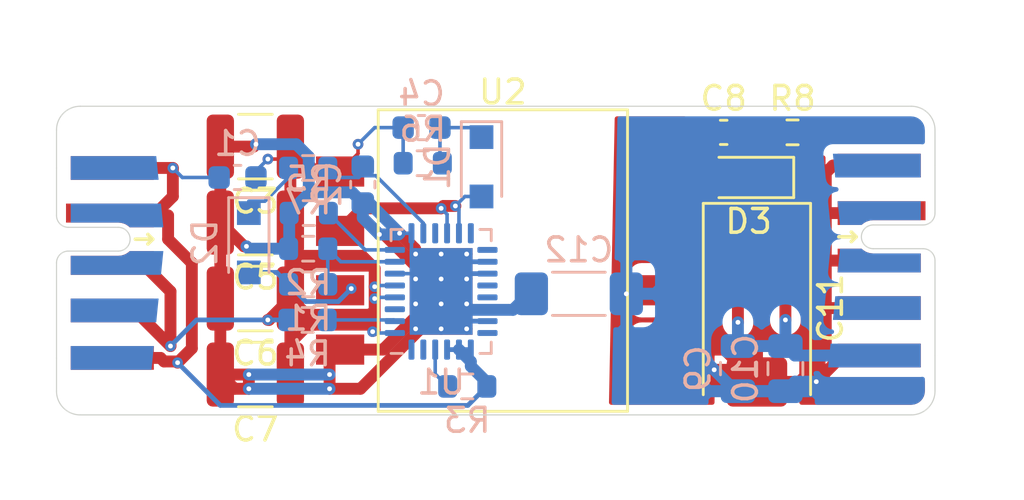
<source format=kicad_pcb>
(kicad_pcb (version 20171130) (host pcbnew "(5.1.9)-1")

  (general
    (thickness 1.6)
    (drawings 10)
    (tracks 252)
    (zones 0)
    (modules 27)
    (nets 17)
  )

  (page A4)
  (layers
    (0 F.Cu signal)
    (31 B.Cu signal)
    (32 B.Adhes user)
    (33 F.Adhes user)
    (34 B.Paste user)
    (35 F.Paste user)
    (36 B.SilkS user)
    (37 F.SilkS user)
    (38 B.Mask user)
    (39 F.Mask user)
    (40 Dwgs.User user)
    (41 Cmts.User user)
    (42 Eco1.User user)
    (43 Eco2.User user)
    (44 Edge.Cuts user)
    (45 Margin user)
    (46 B.CrtYd user)
    (47 F.CrtYd user)
    (48 B.Fab user)
    (49 F.Fab user)
  )

  (setup
    (last_trace_width 0.15)
    (user_trace_width 0.2)
    (user_trace_width 0.5)
    (trace_clearance 0.15)
    (zone_clearance 0.4)
    (zone_45_only no)
    (trace_min 0.15)
    (via_size 0.45)
    (via_drill 0.2)
    (via_min_size 0.45)
    (via_min_drill 0.2)
    (uvia_size 0.3)
    (uvia_drill 0.1)
    (uvias_allowed no)
    (uvia_min_size 0.2)
    (uvia_min_drill 0.1)
    (edge_width 0.05)
    (segment_width 0.2)
    (pcb_text_width 0.3)
    (pcb_text_size 1.5 1.5)
    (mod_edge_width 0.12)
    (mod_text_size 1 1)
    (mod_text_width 0.15)
    (pad_size 1.524 1.524)
    (pad_drill 0.762)
    (pad_to_mask_clearance 0.04)
    (solder_mask_min_width 0.1)
    (aux_axis_origin 0 0)
    (visible_elements 7FFFFFFF)
    (pcbplotparams
      (layerselection 0x010fc_ffffffff)
      (usegerberextensions false)
      (usegerberattributes false)
      (usegerberadvancedattributes false)
      (creategerberjobfile false)
      (excludeedgelayer true)
      (linewidth 0.100000)
      (plotframeref false)
      (viasonmask false)
      (mode 1)
      (useauxorigin false)
      (hpglpennumber 1)
      (hpglpenspeed 20)
      (hpglpendiameter 15.000000)
      (psnegative false)
      (psa4output false)
      (plotreference true)
      (plotvalue true)
      (plotinvisibletext false)
      (padsonsilk false)
      (subtractmaskfromsilk false)
      (outputformat 1)
      (mirror false)
      (drillshape 0)
      (scaleselection 1)
      (outputdirectory "gerber"))
  )

  (net 0 "")
  (net 1 GND)
  (net 2 "Net-(R3-Pad1)")
  (net 3 "Net-(C2-Pad1)")
  (net 4 /Controller/PoE-)
  (net 5 /Controller/PoE+)
  (net 6 /Controller/GNDPWR)
  (net 7 "Net-(C4-Pad1)")
  (net 8 "Net-(C8-Pad2)")
  (net 9 "Net-(C8-Pad1)")
  (net 10 /Controller/5V)
  (net 11 "Net-(D1-Pad2)")
  (net 12 "Net-(D2-Pad2)")
  (net 13 "Net-(D2-Pad1)")
  (net 14 "Net-(R1-Pad2)")
  (net 15 "Net-(R4-Pad2)")
  (net 16 "Net-(R5-Pad1)")

  (net_class Default "This is the default net class."
    (clearance 0.15)
    (trace_width 0.15)
    (via_dia 0.45)
    (via_drill 0.2)
    (uvia_dia 0.3)
    (uvia_drill 0.1)
    (add_net /Controller/5V)
    (add_net /Controller/GNDPWR)
    (add_net /Controller/PoE+)
    (add_net /Controller/PoE-)
    (add_net GND)
    (add_net "Net-(C2-Pad1)")
    (add_net "Net-(C4-Pad1)")
    (add_net "Net-(C8-Pad1)")
    (add_net "Net-(C8-Pad2)")
    (add_net "Net-(D1-Pad2)")
    (add_net "Net-(D2-Pad1)")
    (add_net "Net-(D2-Pad2)")
    (add_net "Net-(R1-Pad2)")
    (add_net "Net-(R3-Pad1)")
    (add_net "Net-(R4-Pad2)")
    (add_net "Net-(R5-Pad1)")
  )

  (module Capacitor_SMD:C_1806_4516Metric (layer B.Cu) (tedit 5B301BBE) (tstamp 60A12EB4)
    (at 99 81.9 180)
    (descr "Capacitor SMD 1806 (4516 Metric), square (rectangular) end terminal, IPC_7351 nominal, (Body size source: https://www.modelithics.com/models/Vendor/MuRata/BLM41P.pdf), generated with kicad-footprint-generator")
    (tags capacitor)
    (path /6083C3A8/60A945DB)
    (attr smd)
    (fp_text reference C12 (at 0 1.85) (layer B.SilkS)
      (effects (font (size 1 1) (thickness 0.15)) (justify mirror))
    )
    (fp_text value 1nF (at 0 -1.85) (layer B.Fab)
      (effects (font (size 1 1) (thickness 0.15)) (justify mirror))
    )
    (fp_line (start 2.95 -1.15) (end -2.95 -1.15) (layer B.CrtYd) (width 0.05))
    (fp_line (start 2.95 1.15) (end 2.95 -1.15) (layer B.CrtYd) (width 0.05))
    (fp_line (start -2.95 1.15) (end 2.95 1.15) (layer B.CrtYd) (width 0.05))
    (fp_line (start -2.95 -1.15) (end -2.95 1.15) (layer B.CrtYd) (width 0.05))
    (fp_line (start -1.111252 -0.91) (end 1.111252 -0.91) (layer B.SilkS) (width 0.12))
    (fp_line (start -1.111252 0.91) (end 1.111252 0.91) (layer B.SilkS) (width 0.12))
    (fp_line (start 2.25 -0.8) (end -2.25 -0.8) (layer B.Fab) (width 0.1))
    (fp_line (start 2.25 0.8) (end 2.25 -0.8) (layer B.Fab) (width 0.1))
    (fp_line (start -2.25 0.8) (end 2.25 0.8) (layer B.Fab) (width 0.1))
    (fp_line (start -2.25 -0.8) (end -2.25 0.8) (layer B.Fab) (width 0.1))
    (fp_text user %R (at 0 0) (layer B.Fab)
      (effects (font (size 1 1) (thickness 0.15)) (justify mirror))
    )
    (pad 2 smd roundrect (at 2 0 180) (size 1.4 1.8) (layers B.Cu B.Paste B.Mask) (roundrect_rratio 0.178571)
      (net 6 /Controller/GNDPWR))
    (pad 1 smd roundrect (at -2 0 180) (size 1.4 1.8) (layers B.Cu B.Paste B.Mask) (roundrect_rratio 0.178571)
      (net 1 GND))
    (model ${KISYS3DMOD}/Capacitor_SMD.3dshapes/C_1806_4516Metric.wrl
      (at (xyz 0 0 0))
      (scale (xyz 1 1 1))
      (rotate (xyz 0 0 0))
    )
  )

  (module Package_DFN_QFN:QFN-28-1EP_4x5mm_P0.5mm_EP2.65x3.65mm_ThermalVias (layer B.Cu) (tedit 5DC5F6A4) (tstamp 60A09A9D)
    (at 93.2 81.8)
    (descr "QFN, 28 Pin (http://www.analog.com/media/en/technical-documentation/data-sheets/3555fe.pdf#page=32), generated with kicad-footprint-generator ipc_noLead_generator.py")
    (tags "QFN NoLead")
    (path /6083C3A8/60A0318A)
    (attr smd)
    (fp_text reference U1 (at 0 3.82) (layer B.SilkS)
      (effects (font (size 1 1) (thickness 0.15)) (justify mirror))
    )
    (fp_text value MP8007 (at 0 -3.82) (layer B.Fab)
      (effects (font (size 1 1) (thickness 0.15)) (justify mirror))
    )
    (fp_line (start 1.635 2.61) (end 2.11 2.61) (layer B.SilkS) (width 0.12))
    (fp_line (start 2.11 2.61) (end 2.11 2.135) (layer B.SilkS) (width 0.12))
    (fp_line (start -1.635 -2.61) (end -2.11 -2.61) (layer B.SilkS) (width 0.12))
    (fp_line (start -2.11 -2.61) (end -2.11 -2.135) (layer B.SilkS) (width 0.12))
    (fp_line (start 1.635 -2.61) (end 2.11 -2.61) (layer B.SilkS) (width 0.12))
    (fp_line (start 2.11 -2.61) (end 2.11 -2.135) (layer B.SilkS) (width 0.12))
    (fp_line (start -1.635 2.61) (end -2.11 2.61) (layer B.SilkS) (width 0.12))
    (fp_line (start -1 2.5) (end 2 2.5) (layer B.Fab) (width 0.1))
    (fp_line (start 2 2.5) (end 2 -2.5) (layer B.Fab) (width 0.1))
    (fp_line (start 2 -2.5) (end -2 -2.5) (layer B.Fab) (width 0.1))
    (fp_line (start -2 -2.5) (end -2 1.5) (layer B.Fab) (width 0.1))
    (fp_line (start -2 1.5) (end -1 2.5) (layer B.Fab) (width 0.1))
    (fp_line (start -2.62 3.12) (end -2.62 -3.12) (layer B.CrtYd) (width 0.05))
    (fp_line (start -2.62 -3.12) (end 2.62 -3.12) (layer B.CrtYd) (width 0.05))
    (fp_line (start 2.62 -3.12) (end 2.62 3.12) (layer B.CrtYd) (width 0.05))
    (fp_line (start 2.62 3.12) (end -2.62 3.12) (layer B.CrtYd) (width 0.05))
    (fp_text user %R (at 0 0) (layer B.Fab)
      (effects (font (size 1 1) (thickness 0.15)) (justify mirror))
    )
    (pad "" smd roundrect (at 0.66 -1.22) (size 1.07 0.98) (layers B.Paste) (roundrect_rratio 0.25))
    (pad "" smd roundrect (at 0.66 0) (size 1.07 0.98) (layers B.Paste) (roundrect_rratio 0.25))
    (pad "" smd roundrect (at 0.66 1.22) (size 1.07 0.98) (layers B.Paste) (roundrect_rratio 0.25))
    (pad "" smd roundrect (at -0.66 -1.22) (size 1.07 0.98) (layers B.Paste) (roundrect_rratio 0.25))
    (pad "" smd roundrect (at -0.66 0) (size 1.07 0.98) (layers B.Paste) (roundrect_rratio 0.25))
    (pad "" smd roundrect (at -0.66 1.22) (size 1.07 0.98) (layers B.Paste) (roundrect_rratio 0.25))
    (pad 29 smd rect (at 0 0) (size 2.65 3.65) (layers F.Cu)
      (net 6 /Controller/GNDPWR))
    (pad 29 thru_hole circle (at 1.075 -1.575) (size 0.5 0.5) (drill 0.2) (layers *.Cu)
      (net 6 /Controller/GNDPWR))
    (pad 29 thru_hole circle (at 0 -1.575) (size 0.5 0.5) (drill 0.2) (layers *.Cu)
      (net 6 /Controller/GNDPWR))
    (pad 29 thru_hole circle (at -1.075 -1.575) (size 0.5 0.5) (drill 0.2) (layers *.Cu)
      (net 6 /Controller/GNDPWR))
    (pad 29 thru_hole circle (at 1.075 -0.525) (size 0.5 0.5) (drill 0.2) (layers *.Cu)
      (net 6 /Controller/GNDPWR))
    (pad 29 thru_hole circle (at 0 -0.525) (size 0.5 0.5) (drill 0.2) (layers *.Cu)
      (net 6 /Controller/GNDPWR))
    (pad 29 thru_hole circle (at -1.075 -0.525) (size 0.5 0.5) (drill 0.2) (layers *.Cu)
      (net 6 /Controller/GNDPWR))
    (pad 29 thru_hole circle (at 1.075 0.525) (size 0.5 0.5) (drill 0.2) (layers *.Cu)
      (net 6 /Controller/GNDPWR))
    (pad 29 thru_hole circle (at 0 0.525) (size 0.5 0.5) (drill 0.2) (layers *.Cu)
      (net 6 /Controller/GNDPWR))
    (pad 29 thru_hole circle (at -1.075 0.525) (size 0.5 0.5) (drill 0.2) (layers *.Cu)
      (net 6 /Controller/GNDPWR))
    (pad 29 thru_hole circle (at 1.075 1.575) (size 0.5 0.5) (drill 0.2) (layers *.Cu)
      (net 6 /Controller/GNDPWR))
    (pad 29 thru_hole circle (at 0 1.575) (size 0.5 0.5) (drill 0.2) (layers *.Cu)
      (net 6 /Controller/GNDPWR))
    (pad 29 thru_hole circle (at -1.075 1.575) (size 0.5 0.5) (drill 0.2) (layers *.Cu)
      (net 6 /Controller/GNDPWR))
    (pad 29 smd rect (at 0 0) (size 2.65 3.65) (layers B.Cu B.Mask)
      (net 6 /Controller/GNDPWR))
    (pad 28 smd roundrect (at -1.25 2.45) (size 0.25 0.85) (layers B.Cu B.Paste B.Mask) (roundrect_rratio 0.25))
    (pad 27 smd roundrect (at -0.75 2.45) (size 0.25 0.85) (layers B.Cu B.Paste B.Mask) (roundrect_rratio 0.25))
    (pad 26 smd roundrect (at -0.25 2.45) (size 0.25 0.85) (layers B.Cu B.Paste B.Mask) (roundrect_rratio 0.25)
      (net 2 "Net-(R3-Pad1)"))
    (pad 25 smd roundrect (at 0.25 2.45) (size 0.25 0.85) (layers B.Cu B.Paste B.Mask) (roundrect_rratio 0.25)
      (net 4 /Controller/PoE-))
    (pad 24 smd roundrect (at 0.75 2.45) (size 0.25 0.85) (layers B.Cu B.Paste B.Mask) (roundrect_rratio 0.25)
      (net 4 /Controller/PoE-))
    (pad 23 smd roundrect (at 1.25 2.45) (size 0.25 0.85) (layers B.Cu B.Paste B.Mask) (roundrect_rratio 0.25)
      (net 4 /Controller/PoE-))
    (pad 22 smd roundrect (at 1.95 1.75) (size 0.85 0.25) (layers B.Cu B.Paste B.Mask) (roundrect_rratio 0.25))
    (pad 21 smd roundrect (at 1.95 1.25) (size 0.85 0.25) (layers B.Cu B.Paste B.Mask) (roundrect_rratio 0.25)
      (net 6 /Controller/GNDPWR))
    (pad 20 smd roundrect (at 1.95 0.75) (size 0.85 0.25) (layers B.Cu B.Paste B.Mask) (roundrect_rratio 0.25)
      (net 6 /Controller/GNDPWR))
    (pad 19 smd roundrect (at 1.95 0.25) (size 0.85 0.25) (layers B.Cu B.Paste B.Mask) (roundrect_rratio 0.25))
    (pad 18 smd roundrect (at 1.95 -0.25) (size 0.85 0.25) (layers B.Cu B.Paste B.Mask) (roundrect_rratio 0.25))
    (pad 17 smd roundrect (at 1.95 -0.75) (size 0.85 0.25) (layers B.Cu B.Paste B.Mask) (roundrect_rratio 0.25)
      (net 6 /Controller/GNDPWR))
    (pad 16 smd roundrect (at 1.95 -1.25) (size 0.85 0.25) (layers B.Cu B.Paste B.Mask) (roundrect_rratio 0.25)
      (net 6 /Controller/GNDPWR))
    (pad 15 smd roundrect (at 1.95 -1.75) (size 0.85 0.25) (layers B.Cu B.Paste B.Mask) (roundrect_rratio 0.25))
    (pad 14 smd roundrect (at 1.25 -2.45) (size 0.25 0.85) (layers B.Cu B.Paste B.Mask) (roundrect_rratio 0.25))
    (pad 13 smd roundrect (at 0.75 -2.45) (size 0.25 0.85) (layers B.Cu B.Paste B.Mask) (roundrect_rratio 0.25)
      (net 11 "Net-(D1-Pad2)"))
    (pad 12 smd roundrect (at 0.25 -2.45) (size 0.25 0.85) (layers B.Cu B.Paste B.Mask) (roundrect_rratio 0.25)
      (net 11 "Net-(D1-Pad2)"))
    (pad 11 smd roundrect (at -0.25 -2.45) (size 0.25 0.85) (layers B.Cu B.Paste B.Mask) (roundrect_rratio 0.25))
    (pad 10 smd roundrect (at -0.75 -2.45) (size 0.25 0.85) (layers B.Cu B.Paste B.Mask) (roundrect_rratio 0.25)
      (net 3 "Net-(C2-Pad1)"))
    (pad 9 smd roundrect (at -1.25 -2.45) (size 0.25 0.85) (layers B.Cu B.Paste B.Mask) (roundrect_rratio 0.25)
      (net 6 /Controller/GNDPWR))
    (pad 8 smd roundrect (at -1.95 -1.75) (size 0.85 0.25) (layers B.Cu B.Paste B.Mask) (roundrect_rratio 0.25)
      (net 16 "Net-(R5-Pad1)"))
    (pad 7 smd roundrect (at -1.95 -1.25) (size 0.85 0.25) (layers B.Cu B.Paste B.Mask) (roundrect_rratio 0.25)
      (net 14 "Net-(R1-Pad2)"))
    (pad 6 smd roundrect (at -1.95 -0.75) (size 0.85 0.25) (layers B.Cu B.Paste B.Mask) (roundrect_rratio 0.25)
      (net 6 /Controller/GNDPWR))
    (pad 5 smd roundrect (at -1.95 -0.25) (size 0.85 0.25) (layers B.Cu B.Paste B.Mask) (roundrect_rratio 0.25)
      (net 5 /Controller/PoE+))
    (pad 4 smd roundrect (at -1.95 0.25) (size 0.85 0.25) (layers B.Cu B.Paste B.Mask) (roundrect_rratio 0.25)
      (net 5 /Controller/PoE+))
    (pad 3 smd roundrect (at -1.95 0.75) (size 0.85 0.25) (layers B.Cu B.Paste B.Mask) (roundrect_rratio 0.25))
    (pad 2 smd roundrect (at -1.95 1.25) (size 0.85 0.25) (layers B.Cu B.Paste B.Mask) (roundrect_rratio 0.25)
      (net 15 "Net-(R4-Pad2)"))
    (pad 1 smd roundrect (at -1.95 1.75) (size 0.85 0.25) (layers B.Cu B.Paste B.Mask) (roundrect_rratio 0.25)
      (net 5 /Controller/PoE+))
    (model ${KISYS3DMOD}/Package_DFN_QFN.3dshapes/QFN-28-1EP_4x5mm_P0.5mm_EP2.65x3.65mm.wrl
      (at (xyz 0 0 0))
      (scale (xyz 1 1 1))
      (rotate (xyz 0 0 0))
    )
  )

  (module Capacitor_SMD:C_0603_1608Metric (layer B.Cu) (tedit 5F68FEEE) (tstamp 60A0989C)
    (at 89.9 77.3 270)
    (descr "Capacitor SMD 0603 (1608 Metric), square (rectangular) end terminal, IPC_7351 nominal, (Body size source: IPC-SM-782 page 76, https://www.pcb-3d.com/wordpress/wp-content/uploads/ipc-sm-782a_amendment_1_and_2.pdf), generated with kicad-footprint-generator")
    (tags capacitor)
    (path /6083C3A8/60A1EC7F)
    (attr smd)
    (fp_text reference C2 (at 0 1.43 90) (layer B.SilkS)
      (effects (font (size 1 1) (thickness 0.15)) (justify mirror))
    )
    (fp_text value 100n (at 0 -1.43 90) (layer B.Fab)
      (effects (font (size 1 1) (thickness 0.15)) (justify mirror))
    )
    (fp_line (start -0.8 -0.4) (end -0.8 0.4) (layer B.Fab) (width 0.1))
    (fp_line (start -0.8 0.4) (end 0.8 0.4) (layer B.Fab) (width 0.1))
    (fp_line (start 0.8 0.4) (end 0.8 -0.4) (layer B.Fab) (width 0.1))
    (fp_line (start 0.8 -0.4) (end -0.8 -0.4) (layer B.Fab) (width 0.1))
    (fp_line (start -0.14058 0.51) (end 0.14058 0.51) (layer B.SilkS) (width 0.12))
    (fp_line (start -0.14058 -0.51) (end 0.14058 -0.51) (layer B.SilkS) (width 0.12))
    (fp_line (start -1.48 -0.73) (end -1.48 0.73) (layer B.CrtYd) (width 0.05))
    (fp_line (start -1.48 0.73) (end 1.48 0.73) (layer B.CrtYd) (width 0.05))
    (fp_line (start 1.48 0.73) (end 1.48 -0.73) (layer B.CrtYd) (width 0.05))
    (fp_line (start 1.48 -0.73) (end -1.48 -0.73) (layer B.CrtYd) (width 0.05))
    (fp_text user %R (at 0 0 90) (layer B.Fab)
      (effects (font (size 0.4 0.4) (thickness 0.06)) (justify mirror))
    )
    (pad 2 smd roundrect (at 0.775 0 270) (size 0.9 0.95) (layers B.Cu B.Paste B.Mask) (roundrect_rratio 0.25)
      (net 6 /Controller/GNDPWR))
    (pad 1 smd roundrect (at -0.775 0 270) (size 0.9 0.95) (layers B.Cu B.Paste B.Mask) (roundrect_rratio 0.25)
      (net 3 "Net-(C2-Pad1)"))
    (model ${KISYS3DMOD}/Capacitor_SMD.3dshapes/C_0603_1608Metric.wrl
      (at (xyz 0 0 0))
      (scale (xyz 1 1 1))
      (rotate (xyz 0 0 0))
    )
  )

  (module Capacitor_SMD:C_0603_1608Metric (layer B.Cu) (tedit 5F68FEEE) (tstamp 60A0988B)
    (at 84.625 77 180)
    (descr "Capacitor SMD 0603 (1608 Metric), square (rectangular) end terminal, IPC_7351 nominal, (Body size source: IPC-SM-782 page 76, https://www.pcb-3d.com/wordpress/wp-content/uploads/ipc-sm-782a_amendment_1_and_2.pdf), generated with kicad-footprint-generator")
    (tags capacitor)
    (path /6083C3A8/60A06E25)
    (attr smd)
    (fp_text reference C1 (at 0 1.43) (layer B.SilkS)
      (effects (font (size 1 1) (thickness 0.15)) (justify mirror))
    )
    (fp_text value 100n (at 0 -1.43) (layer B.Fab)
      (effects (font (size 1 1) (thickness 0.15)) (justify mirror))
    )
    (fp_line (start -0.8 -0.4) (end -0.8 0.4) (layer B.Fab) (width 0.1))
    (fp_line (start -0.8 0.4) (end 0.8 0.4) (layer B.Fab) (width 0.1))
    (fp_line (start 0.8 0.4) (end 0.8 -0.4) (layer B.Fab) (width 0.1))
    (fp_line (start 0.8 -0.4) (end -0.8 -0.4) (layer B.Fab) (width 0.1))
    (fp_line (start -0.14058 0.51) (end 0.14058 0.51) (layer B.SilkS) (width 0.12))
    (fp_line (start -0.14058 -0.51) (end 0.14058 -0.51) (layer B.SilkS) (width 0.12))
    (fp_line (start -1.48 -0.73) (end -1.48 0.73) (layer B.CrtYd) (width 0.05))
    (fp_line (start -1.48 0.73) (end 1.48 0.73) (layer B.CrtYd) (width 0.05))
    (fp_line (start 1.48 0.73) (end 1.48 -0.73) (layer B.CrtYd) (width 0.05))
    (fp_line (start 1.48 -0.73) (end -1.48 -0.73) (layer B.CrtYd) (width 0.05))
    (fp_text user %R (at 0 0) (layer B.Fab)
      (effects (font (size 0.4 0.4) (thickness 0.06)) (justify mirror))
    )
    (pad 2 smd roundrect (at 0.775 0 180) (size 0.9 0.95) (layers B.Cu B.Paste B.Mask) (roundrect_rratio 0.25)
      (net 4 /Controller/PoE-))
    (pad 1 smd roundrect (at -0.775 0 180) (size 0.9 0.95) (layers B.Cu B.Paste B.Mask) (roundrect_rratio 0.25)
      (net 5 /Controller/PoE+))
    (model ${KISYS3DMOD}/Capacitor_SMD.3dshapes/C_0603_1608Metric.wrl
      (at (xyz 0 0 0))
      (scale (xyz 1 1 1))
      (rotate (xyz 0 0 0))
    )
  )

  (module local:Transformer_Coilcraft_POE70P (layer F.Cu) (tedit 6084AD6A) (tstamp 60A09DBD)
    (at 95.8 80.5)
    (path /6083C3A8/60A03AF8)
    (fp_text reference U2 (at 0 -7.1) (layer F.SilkS)
      (effects (font (size 1 1) (thickness 0.15)))
    )
    (fp_text value POE70P-50L (at 0 7.2) (layer F.Fab)
      (effects (font (size 1 1) (thickness 0.15)))
    )
    (fp_line (start -8 6.35) (end -8 -6.35) (layer F.CrtYd) (width 0.12))
    (fp_line (start 8 6.35) (end -8 6.35) (layer F.CrtYd) (width 0.12))
    (fp_line (start 8 -6.35) (end 8 6.35) (layer F.CrtYd) (width 0.12))
    (fp_line (start -8 -6.35) (end 8 -6.35) (layer F.CrtYd) (width 0.12))
    (fp_line (start 5.25 -6.35) (end -5.25 -6.35) (layer F.SilkS) (width 0.12))
    (fp_line (start 5.25 6.35) (end 5.25 -6.35) (layer F.SilkS) (width 0.12))
    (fp_line (start -5.25 6.35) (end 5.25 6.35) (layer F.SilkS) (width 0.12))
    (fp_line (start -5.25 -6.35) (end -5.25 6.35) (layer F.SilkS) (width 0.12))
    (pad 1 smd rect (at -6.855 3.75) (size 2.03 1.27) (layers F.Cu F.Paste F.Mask)
      (net 6 /Controller/GNDPWR))
    (pad 2 smd rect (at -6.855 1.25) (size 2.03 1.27) (layers F.Cu F.Paste F.Mask)
      (net 12 "Net-(D2-Pad2)"))
    (pad 3 smd rect (at -6.855 -1.25) (size 2.03 1.27) (layers F.Cu F.Paste F.Mask)
      (net 11 "Net-(D1-Pad2)"))
    (pad 4 smd rect (at -6.855 -3.75) (size 2.03 1.27) (layers F.Cu F.Paste F.Mask)
      (net 5 /Controller/PoE+))
    (pad 8 smd rect (at 6.855 3.75) (size 2.03 1.27) (layers F.Cu F.Paste F.Mask)
      (net 1 GND))
    (pad 7 smd rect (at 6.855 1.25) (size 2.03 1.27) (layers F.Cu F.Paste F.Mask)
      (net 1 GND))
    (pad 6 smd rect (at 6.855 -1.25) (size 2.03 1.27) (layers F.Cu F.Paste F.Mask)
      (net 9 "Net-(C8-Pad1)"))
    (pad 5 smd rect (at 6.855 -3.75) (size 2.03 1.27) (layers F.Cu F.Paste F.Mask)
      (net 9 "Net-(C8-Pad1)"))
  )

  (module Resistor_SMD:R_0603_1608Metric (layer F.Cu) (tedit 5F68FEEE) (tstamp 60A09A65)
    (at 108 75.1)
    (descr "Resistor SMD 0603 (1608 Metric), square (rectangular) end terminal, IPC_7351 nominal, (Body size source: IPC-SM-782 page 72, https://www.pcb-3d.com/wordpress/wp-content/uploads/ipc-sm-782a_amendment_1_and_2.pdf), generated with kicad-footprint-generator")
    (tags resistor)
    (path /6083C3A8/60A4B646)
    (attr smd)
    (fp_text reference R8 (at 0 -1.43) (layer F.SilkS)
      (effects (font (size 1 1) (thickness 0.15)))
    )
    (fp_text value 20k (at 0 1.43) (layer F.Fab)
      (effects (font (size 1 1) (thickness 0.15)))
    )
    (fp_line (start -0.8 0.4125) (end -0.8 -0.4125) (layer F.Fab) (width 0.1))
    (fp_line (start -0.8 -0.4125) (end 0.8 -0.4125) (layer F.Fab) (width 0.1))
    (fp_line (start 0.8 -0.4125) (end 0.8 0.4125) (layer F.Fab) (width 0.1))
    (fp_line (start 0.8 0.4125) (end -0.8 0.4125) (layer F.Fab) (width 0.1))
    (fp_line (start -0.237258 -0.5225) (end 0.237258 -0.5225) (layer F.SilkS) (width 0.12))
    (fp_line (start -0.237258 0.5225) (end 0.237258 0.5225) (layer F.SilkS) (width 0.12))
    (fp_line (start -1.48 0.73) (end -1.48 -0.73) (layer F.CrtYd) (width 0.05))
    (fp_line (start -1.48 -0.73) (end 1.48 -0.73) (layer F.CrtYd) (width 0.05))
    (fp_line (start 1.48 -0.73) (end 1.48 0.73) (layer F.CrtYd) (width 0.05))
    (fp_line (start 1.48 0.73) (end -1.48 0.73) (layer F.CrtYd) (width 0.05))
    (fp_text user %R (at 0 0) (layer F.Fab)
      (effects (font (size 0.4 0.4) (thickness 0.06)))
    )
    (pad 2 smd roundrect (at 0.825 0) (size 0.8 0.95) (layers F.Cu F.Paste F.Mask) (roundrect_rratio 0.25)
      (net 10 /Controller/5V))
    (pad 1 smd roundrect (at -0.825 0) (size 0.8 0.95) (layers F.Cu F.Paste F.Mask) (roundrect_rratio 0.25)
      (net 8 "Net-(C8-Pad2)"))
    (model ${KISYS3DMOD}/Resistor_SMD.3dshapes/R_0603_1608Metric.wrl
      (at (xyz 0 0 0))
      (scale (xyz 1 1 1))
      (rotate (xyz 0 0 0))
    )
  )

  (module Resistor_SMD:R_0603_1608Metric (layer B.Cu) (tedit 5F68FEEE) (tstamp 60A09A54)
    (at 87.6 76.6)
    (descr "Resistor SMD 0603 (1608 Metric), square (rectangular) end terminal, IPC_7351 nominal, (Body size source: IPC-SM-782 page 72, https://www.pcb-3d.com/wordpress/wp-content/uploads/ipc-sm-782a_amendment_1_and_2.pdf), generated with kicad-footprint-generator")
    (tags resistor)
    (path /6083C3A8/60A216C3)
    (attr smd)
    (fp_text reference R7 (at 0 1.43) (layer B.SilkS)
      (effects (font (size 1 1) (thickness 0.15)) (justify mirror))
    )
    (fp_text value 1k (at 0 -1.43) (layer B.Fab)
      (effects (font (size 1 1) (thickness 0.15)) (justify mirror))
    )
    (fp_line (start -0.8 -0.4125) (end -0.8 0.4125) (layer B.Fab) (width 0.1))
    (fp_line (start -0.8 0.4125) (end 0.8 0.4125) (layer B.Fab) (width 0.1))
    (fp_line (start 0.8 0.4125) (end 0.8 -0.4125) (layer B.Fab) (width 0.1))
    (fp_line (start 0.8 -0.4125) (end -0.8 -0.4125) (layer B.Fab) (width 0.1))
    (fp_line (start -0.237258 0.5225) (end 0.237258 0.5225) (layer B.SilkS) (width 0.12))
    (fp_line (start -0.237258 -0.5225) (end 0.237258 -0.5225) (layer B.SilkS) (width 0.12))
    (fp_line (start -1.48 -0.73) (end -1.48 0.73) (layer B.CrtYd) (width 0.05))
    (fp_line (start -1.48 0.73) (end 1.48 0.73) (layer B.CrtYd) (width 0.05))
    (fp_line (start 1.48 0.73) (end 1.48 -0.73) (layer B.CrtYd) (width 0.05))
    (fp_line (start 1.48 -0.73) (end -1.48 -0.73) (layer B.CrtYd) (width 0.05))
    (fp_text user %R (at 0 0) (layer B.Fab)
      (effects (font (size 0.4 0.4) (thickness 0.06)) (justify mirror))
    )
    (pad 2 smd roundrect (at 0.825 0) (size 0.8 0.95) (layers B.Cu B.Paste B.Mask) (roundrect_rratio 0.25)
      (net 3 "Net-(C2-Pad1)"))
    (pad 1 smd roundrect (at -0.825 0) (size 0.8 0.95) (layers B.Cu B.Paste B.Mask) (roundrect_rratio 0.25)
      (net 13 "Net-(D2-Pad1)"))
    (model ${KISYS3DMOD}/Resistor_SMD.3dshapes/R_0603_1608Metric.wrl
      (at (xyz 0 0 0))
      (scale (xyz 1 1 1))
      (rotate (xyz 0 0 0))
    )
  )

  (module Resistor_SMD:R_0603_1608Metric (layer B.Cu) (tedit 5F68FEEE) (tstamp 60A09A43)
    (at 92.425 76.4 180)
    (descr "Resistor SMD 0603 (1608 Metric), square (rectangular) end terminal, IPC_7351 nominal, (Body size source: IPC-SM-782 page 72, https://www.pcb-3d.com/wordpress/wp-content/uploads/ipc-sm-782a_amendment_1_and_2.pdf), generated with kicad-footprint-generator")
    (tags resistor)
    (path /6083C3A8/60A12EAD)
    (attr smd)
    (fp_text reference R6 (at 0 1.43) (layer B.SilkS)
      (effects (font (size 1 1) (thickness 0.15)) (justify mirror))
    )
    (fp_text value 10k (at 0 -1.43) (layer B.Fab)
      (effects (font (size 1 1) (thickness 0.15)) (justify mirror))
    )
    (fp_line (start -0.8 -0.4125) (end -0.8 0.4125) (layer B.Fab) (width 0.1))
    (fp_line (start -0.8 0.4125) (end 0.8 0.4125) (layer B.Fab) (width 0.1))
    (fp_line (start 0.8 0.4125) (end 0.8 -0.4125) (layer B.Fab) (width 0.1))
    (fp_line (start 0.8 -0.4125) (end -0.8 -0.4125) (layer B.Fab) (width 0.1))
    (fp_line (start -0.237258 0.5225) (end 0.237258 0.5225) (layer B.SilkS) (width 0.12))
    (fp_line (start -0.237258 -0.5225) (end 0.237258 -0.5225) (layer B.SilkS) (width 0.12))
    (fp_line (start -1.48 -0.73) (end -1.48 0.73) (layer B.CrtYd) (width 0.05))
    (fp_line (start -1.48 0.73) (end 1.48 0.73) (layer B.CrtYd) (width 0.05))
    (fp_line (start 1.48 0.73) (end 1.48 -0.73) (layer B.CrtYd) (width 0.05))
    (fp_line (start 1.48 -0.73) (end -1.48 -0.73) (layer B.CrtYd) (width 0.05))
    (fp_text user %R (at 0 0) (layer B.Fab)
      (effects (font (size 0.4 0.4) (thickness 0.06)) (justify mirror))
    )
    (pad 2 smd roundrect (at 0.825 0 180) (size 0.8 0.95) (layers B.Cu B.Paste B.Mask) (roundrect_rratio 0.25)
      (net 5 /Controller/PoE+))
    (pad 1 smd roundrect (at -0.825 0 180) (size 0.8 0.95) (layers B.Cu B.Paste B.Mask) (roundrect_rratio 0.25)
      (net 7 "Net-(C4-Pad1)"))
    (model ${KISYS3DMOD}/Resistor_SMD.3dshapes/R_0603_1608Metric.wrl
      (at (xyz 0 0 0))
      (scale (xyz 1 1 1))
      (rotate (xyz 0 0 0))
    )
  )

  (module Resistor_SMD:R_0603_1608Metric (layer B.Cu) (tedit 5F68FEEE) (tstamp 60A09A32)
    (at 87.625 78.5 180)
    (descr "Resistor SMD 0603 (1608 Metric), square (rectangular) end terminal, IPC_7351 nominal, (Body size source: IPC-SM-782 page 72, https://www.pcb-3d.com/wordpress/wp-content/uploads/ipc-sm-782a_amendment_1_and_2.pdf), generated with kicad-footprint-generator")
    (tags resistor)
    (path /6083C3A8/60A2372F)
    (attr smd)
    (fp_text reference R5 (at 0 1.43) (layer B.SilkS)
      (effects (font (size 1 1) (thickness 0.15)) (justify mirror))
    )
    (fp_text value 52.3k (at 0 -1.43) (layer B.Fab)
      (effects (font (size 1 1) (thickness 0.15)) (justify mirror))
    )
    (fp_line (start -0.8 -0.4125) (end -0.8 0.4125) (layer B.Fab) (width 0.1))
    (fp_line (start -0.8 0.4125) (end 0.8 0.4125) (layer B.Fab) (width 0.1))
    (fp_line (start 0.8 0.4125) (end 0.8 -0.4125) (layer B.Fab) (width 0.1))
    (fp_line (start 0.8 -0.4125) (end -0.8 -0.4125) (layer B.Fab) (width 0.1))
    (fp_line (start -0.237258 0.5225) (end 0.237258 0.5225) (layer B.SilkS) (width 0.12))
    (fp_line (start -0.237258 -0.5225) (end 0.237258 -0.5225) (layer B.SilkS) (width 0.12))
    (fp_line (start -1.48 -0.73) (end -1.48 0.73) (layer B.CrtYd) (width 0.05))
    (fp_line (start -1.48 0.73) (end 1.48 0.73) (layer B.CrtYd) (width 0.05))
    (fp_line (start 1.48 0.73) (end 1.48 -0.73) (layer B.CrtYd) (width 0.05))
    (fp_line (start 1.48 -0.73) (end -1.48 -0.73) (layer B.CrtYd) (width 0.05))
    (fp_text user %R (at 0 0) (layer B.Fab)
      (effects (font (size 0.4 0.4) (thickness 0.06)) (justify mirror))
    )
    (pad 2 smd roundrect (at 0.825 0 180) (size 0.8 0.95) (layers B.Cu B.Paste B.Mask) (roundrect_rratio 0.25)
      (net 6 /Controller/GNDPWR))
    (pad 1 smd roundrect (at -0.825 0 180) (size 0.8 0.95) (layers B.Cu B.Paste B.Mask) (roundrect_rratio 0.25)
      (net 16 "Net-(R5-Pad1)"))
    (model ${KISYS3DMOD}/Resistor_SMD.3dshapes/R_0603_1608Metric.wrl
      (at (xyz 0 0 0))
      (scale (xyz 1 1 1))
      (rotate (xyz 0 0 0))
    )
  )

  (module Resistor_SMD:R_0603_1608Metric (layer B.Cu) (tedit 5F68FEEE) (tstamp 60A09A21)
    (at 87.575 83)
    (descr "Resistor SMD 0603 (1608 Metric), square (rectangular) end terminal, IPC_7351 nominal, (Body size source: IPC-SM-782 page 72, https://www.pcb-3d.com/wordpress/wp-content/uploads/ipc-sm-782a_amendment_1_and_2.pdf), generated with kicad-footprint-generator")
    (tags resistor)
    (path /6083C3A8/60A0839D)
    (attr smd)
    (fp_text reference R4 (at 0 1.43) (layer B.SilkS)
      (effects (font (size 1 1) (thickness 0.15)) (justify mirror))
    )
    (fp_text value 24.9k (at 0 -1.43) (layer B.Fab)
      (effects (font (size 1 1) (thickness 0.15)) (justify mirror))
    )
    (fp_line (start -0.8 -0.4125) (end -0.8 0.4125) (layer B.Fab) (width 0.1))
    (fp_line (start -0.8 0.4125) (end 0.8 0.4125) (layer B.Fab) (width 0.1))
    (fp_line (start 0.8 0.4125) (end 0.8 -0.4125) (layer B.Fab) (width 0.1))
    (fp_line (start 0.8 -0.4125) (end -0.8 -0.4125) (layer B.Fab) (width 0.1))
    (fp_line (start -0.237258 0.5225) (end 0.237258 0.5225) (layer B.SilkS) (width 0.12))
    (fp_line (start -0.237258 -0.5225) (end 0.237258 -0.5225) (layer B.SilkS) (width 0.12))
    (fp_line (start -1.48 -0.73) (end -1.48 0.73) (layer B.CrtYd) (width 0.05))
    (fp_line (start -1.48 0.73) (end 1.48 0.73) (layer B.CrtYd) (width 0.05))
    (fp_line (start 1.48 0.73) (end 1.48 -0.73) (layer B.CrtYd) (width 0.05))
    (fp_line (start 1.48 -0.73) (end -1.48 -0.73) (layer B.CrtYd) (width 0.05))
    (fp_text user %R (at 0 0) (layer B.Fab)
      (effects (font (size 0.4 0.4) (thickness 0.06)) (justify mirror))
    )
    (pad 2 smd roundrect (at 0.825 0) (size 0.8 0.95) (layers B.Cu B.Paste B.Mask) (roundrect_rratio 0.25)
      (net 15 "Net-(R4-Pad2)"))
    (pad 1 smd roundrect (at -0.825 0) (size 0.8 0.95) (layers B.Cu B.Paste B.Mask) (roundrect_rratio 0.25)
      (net 5 /Controller/PoE+))
    (model ${KISYS3DMOD}/Resistor_SMD.3dshapes/R_0603_1608Metric.wrl
      (at (xyz 0 0 0))
      (scale (xyz 1 1 1))
      (rotate (xyz 0 0 0))
    )
  )

  (module Resistor_SMD:R_0603_1608Metric (layer B.Cu) (tedit 5F68FEEE) (tstamp 60A09A10)
    (at 94.3 85.8)
    (descr "Resistor SMD 0603 (1608 Metric), square (rectangular) end terminal, IPC_7351 nominal, (Body size source: IPC-SM-782 page 72, https://www.pcb-3d.com/wordpress/wp-content/uploads/ipc-sm-782a_amendment_1_and_2.pdf), generated with kicad-footprint-generator")
    (tags resistor)
    (path /6083C3A8/60A08FA6)
    (attr smd)
    (fp_text reference R3 (at 0 1.43) (layer B.SilkS)
      (effects (font (size 1 1) (thickness 0.15)) (justify mirror))
    )
    (fp_text value 41.2R (at 0 -1.43) (layer B.Fab)
      (effects (font (size 1 1) (thickness 0.15)) (justify mirror))
    )
    (fp_line (start -0.8 -0.4125) (end -0.8 0.4125) (layer B.Fab) (width 0.1))
    (fp_line (start -0.8 0.4125) (end 0.8 0.4125) (layer B.Fab) (width 0.1))
    (fp_line (start 0.8 0.4125) (end 0.8 -0.4125) (layer B.Fab) (width 0.1))
    (fp_line (start 0.8 -0.4125) (end -0.8 -0.4125) (layer B.Fab) (width 0.1))
    (fp_line (start -0.237258 0.5225) (end 0.237258 0.5225) (layer B.SilkS) (width 0.12))
    (fp_line (start -0.237258 -0.5225) (end 0.237258 -0.5225) (layer B.SilkS) (width 0.12))
    (fp_line (start -1.48 -0.73) (end -1.48 0.73) (layer B.CrtYd) (width 0.05))
    (fp_line (start -1.48 0.73) (end 1.48 0.73) (layer B.CrtYd) (width 0.05))
    (fp_line (start 1.48 0.73) (end 1.48 -0.73) (layer B.CrtYd) (width 0.05))
    (fp_line (start 1.48 -0.73) (end -1.48 -0.73) (layer B.CrtYd) (width 0.05))
    (fp_text user %R (at 0 0) (layer B.Fab)
      (effects (font (size 0.4 0.4) (thickness 0.06)) (justify mirror))
    )
    (pad 2 smd roundrect (at 0.825 0) (size 0.8 0.95) (layers B.Cu B.Paste B.Mask) (roundrect_rratio 0.25)
      (net 4 /Controller/PoE-))
    (pad 1 smd roundrect (at -0.825 0) (size 0.8 0.95) (layers B.Cu B.Paste B.Mask) (roundrect_rratio 0.25)
      (net 2 "Net-(R3-Pad1)"))
    (model ${KISYS3DMOD}/Resistor_SMD.3dshapes/R_0603_1608Metric.wrl
      (at (xyz 0 0 0))
      (scale (xyz 1 1 1))
      (rotate (xyz 0 0 0))
    )
  )

  (module Resistor_SMD:R_0603_1608Metric (layer B.Cu) (tedit 5F68FEEE) (tstamp 60A099FF)
    (at 87.6 80)
    (descr "Resistor SMD 0603 (1608 Metric), square (rectangular) end terminal, IPC_7351 nominal, (Body size source: IPC-SM-782 page 72, https://www.pcb-3d.com/wordpress/wp-content/uploads/ipc-sm-782a_amendment_1_and_2.pdf), generated with kicad-footprint-generator")
    (tags resistor)
    (path /6083C3A8/60A2D79D)
    (attr smd)
    (fp_text reference R2 (at 0 1.43) (layer B.SilkS)
      (effects (font (size 1 1) (thickness 0.15)) (justify mirror))
    )
    (fp_text value ? (at 0 -1.43) (layer B.Fab)
      (effects (font (size 1 1) (thickness 0.15)) (justify mirror))
    )
    (fp_line (start -0.8 -0.4125) (end -0.8 0.4125) (layer B.Fab) (width 0.1))
    (fp_line (start -0.8 0.4125) (end 0.8 0.4125) (layer B.Fab) (width 0.1))
    (fp_line (start 0.8 0.4125) (end 0.8 -0.4125) (layer B.Fab) (width 0.1))
    (fp_line (start 0.8 -0.4125) (end -0.8 -0.4125) (layer B.Fab) (width 0.1))
    (fp_line (start -0.237258 0.5225) (end 0.237258 0.5225) (layer B.SilkS) (width 0.12))
    (fp_line (start -0.237258 -0.5225) (end 0.237258 -0.5225) (layer B.SilkS) (width 0.12))
    (fp_line (start -1.48 -0.73) (end -1.48 0.73) (layer B.CrtYd) (width 0.05))
    (fp_line (start -1.48 0.73) (end 1.48 0.73) (layer B.CrtYd) (width 0.05))
    (fp_line (start 1.48 0.73) (end 1.48 -0.73) (layer B.CrtYd) (width 0.05))
    (fp_line (start 1.48 -0.73) (end -1.48 -0.73) (layer B.CrtYd) (width 0.05))
    (fp_text user %R (at 0 0) (layer B.Fab)
      (effects (font (size 0.4 0.4) (thickness 0.06)) (justify mirror))
    )
    (pad 2 smd roundrect (at 0.825 0) (size 0.8 0.95) (layers B.Cu B.Paste B.Mask) (roundrect_rratio 0.25)
      (net 14 "Net-(R1-Pad2)"))
    (pad 1 smd roundrect (at -0.825 0) (size 0.8 0.95) (layers B.Cu B.Paste B.Mask) (roundrect_rratio 0.25)
      (net 6 /Controller/GNDPWR))
    (model ${KISYS3DMOD}/Resistor_SMD.3dshapes/R_0603_1608Metric.wrl
      (at (xyz 0 0 0))
      (scale (xyz 1 1 1))
      (rotate (xyz 0 0 0))
    )
  )

  (module Resistor_SMD:R_0603_1608Metric (layer B.Cu) (tedit 5F68FEEE) (tstamp 60A099EE)
    (at 87.6 81.5)
    (descr "Resistor SMD 0603 (1608 Metric), square (rectangular) end terminal, IPC_7351 nominal, (Body size source: IPC-SM-782 page 72, https://www.pcb-3d.com/wordpress/wp-content/uploads/ipc-sm-782a_amendment_1_and_2.pdf), generated with kicad-footprint-generator")
    (tags resistor)
    (path /6083C3A8/60A2D39D)
    (attr smd)
    (fp_text reference R1 (at 0 1.43) (layer B.SilkS)
      (effects (font (size 1 1) (thickness 0.15)) (justify mirror))
    )
    (fp_text value ? (at 0 -1.43) (layer B.Fab)
      (effects (font (size 1 1) (thickness 0.15)) (justify mirror))
    )
    (fp_line (start -0.8 -0.4125) (end -0.8 0.4125) (layer B.Fab) (width 0.1))
    (fp_line (start -0.8 0.4125) (end 0.8 0.4125) (layer B.Fab) (width 0.1))
    (fp_line (start 0.8 0.4125) (end 0.8 -0.4125) (layer B.Fab) (width 0.1))
    (fp_line (start 0.8 -0.4125) (end -0.8 -0.4125) (layer B.Fab) (width 0.1))
    (fp_line (start -0.237258 0.5225) (end 0.237258 0.5225) (layer B.SilkS) (width 0.12))
    (fp_line (start -0.237258 -0.5225) (end 0.237258 -0.5225) (layer B.SilkS) (width 0.12))
    (fp_line (start -1.48 -0.73) (end -1.48 0.73) (layer B.CrtYd) (width 0.05))
    (fp_line (start -1.48 0.73) (end 1.48 0.73) (layer B.CrtYd) (width 0.05))
    (fp_line (start 1.48 0.73) (end 1.48 -0.73) (layer B.CrtYd) (width 0.05))
    (fp_line (start 1.48 -0.73) (end -1.48 -0.73) (layer B.CrtYd) (width 0.05))
    (fp_text user %R (at 0 0) (layer B.Fab)
      (effects (font (size 0.4 0.4) (thickness 0.06)) (justify mirror))
    )
    (pad 2 smd roundrect (at 0.825 0) (size 0.8 0.95) (layers B.Cu B.Paste B.Mask) (roundrect_rratio 0.25)
      (net 14 "Net-(R1-Pad2)"))
    (pad 1 smd roundrect (at -0.825 0) (size 0.8 0.95) (layers B.Cu B.Paste B.Mask) (roundrect_rratio 0.25)
      (net 12 "Net-(D2-Pad2)"))
    (model ${KISYS3DMOD}/Resistor_SMD.3dshapes/R_0603_1608Metric.wrl
      (at (xyz 0 0 0))
      (scale (xyz 1 1 1))
      (rotate (xyz 0 0 0))
    )
  )

  (module on_edge:on_edge_2x05_host (layer F.Cu) (tedit 607DF692) (tstamp 60A099DD)
    (at 114 80.5 270)
    (path /609E43DF)
    (attr virtual)
    (fp_text reference J2 (at 0.05 -3.2 180 unlocked) (layer F.Fab)
      (effects (font (size 0.5 0.5) (thickness 0.125)))
    )
    (fp_text value 003_power (at -1.2 -2 90) (layer F.Fab)
      (effects (font (size 1 1) (thickness 0.15)))
    )
    (fp_line (start 5 -0.5) (end 5 5) (layer B.CrtYd) (width 0.05))
    (fp_line (start -5 -0.5) (end 5 -0.5) (layer B.CrtYd) (width 0.05))
    (fp_line (start -5 5) (end -5 -0.5) (layer B.CrtYd) (width 0.05))
    (fp_line (start 5 5) (end -5 5) (layer B.CrtYd) (width 0.05))
    (fp_line (start -5 -0.5) (end -5 5) (layer F.CrtYd) (width 0.05))
    (fp_line (start 5 -0.5) (end -5 -0.5) (layer F.CrtYd) (width 0.05))
    (fp_line (start 5 5) (end 5 -0.5) (layer F.CrtYd) (width 0.05))
    (fp_line (start -5 5) (end 5 5) (layer F.CrtYd) (width 0.05))
    (fp_line (start 0 0) (end 4 0) (layer Edge.Cuts) (width 0.05))
    (fp_line (start -4 0) (end -2 0) (layer Edge.Cuts) (width 0.05))
    (fp_line (start -0.5 2.6) (end -0.5 0.5) (layer Edge.Cuts) (width 0.05))
    (fp_line (start -1.5 0.5) (end -1.5 2.6) (layer Edge.Cuts) (width 0.05))
    (fp_line (start -1 3.323) (end -1.2 3.523) (layer F.SilkS) (width 0.153))
    (fp_line (start -0.8 3.523) (end -1 3.323) (layer F.SilkS) (width 0.153))
    (fp_line (start -1 4.05) (end -1 3.323) (layer F.SilkS) (width 0.153))
    (fp_arc (start 0 0.5) (end 0 0) (angle -90) (layer Edge.Cuts) (width 0.05))
    (fp_arc (start -2 0.5) (end -1.5 0.5) (angle -90) (layer Edge.Cuts) (width 0.05))
    (fp_arc (start -1 2.6) (end -1.5 2.6) (angle -180) (layer Edge.Cuts) (width 0.05))
    (pad 2 smd custom (at -2 3.6 270) (size 1 1) (layers F.Cu F.Mask)
      (net 1 GND) (zone_connect 0)
      (options (clearance outline) (anchor rect))
      (primitives
        (gr_poly (pts
           (xy 0.3 -0.99) (xy 0.31 -0.88) (xy 0.33 -0.8) (xy 0.35 -0.74) (xy 0.37 -0.69)
           (xy 0.4 -0.64) (xy 0.44 -0.58) (xy 0.48 -0.53) (xy 0.5 -0.51) (xy 0.5 0.5)
           (xy -0.5 0.5) (xy -0.5 -3.2) (xy 0.3 -3.2)) (width 0))
      ))
    (pad 3 smd custom (at 0 3.6 270) (size 1 1) (layers F.Cu F.Mask)
      (net 1 GND) (zone_connect 0)
      (options (clearance outline) (anchor rect))
      (primitives
        (gr_poly (pts
           (xy -0.3 -0.99) (xy -0.31 -0.88) (xy -0.33 -0.8) (xy -0.35 -0.74) (xy -0.37 -0.69)
           (xy -0.4 -0.64) (xy -0.44 -0.58) (xy -0.48 -0.53) (xy -0.5 -0.51) (xy -0.5 0.5)
           (xy 0.5 0.5) (xy 0.5 -3) (xy -0.3 -3)) (width 0))
      ))
    (pad 8 smd custom (at 0 2.1 90) (size 0.4 0.4) (layers B.Cu B.Mask)
      (zone_connect 0)
      (options (clearance outline) (anchor rect))
      (primitives
        (gr_poly (pts
           (xy 0.3 -0.51) (xy 0.31 -0.62) (xy 0.33 -0.7) (xy 0.35 -0.76) (xy 0.37 -0.81)
           (xy 0.4 -0.86) (xy 0.44 -0.92) (xy 0.48 -0.97) (xy 0.5 -0.99) (xy 0.5 -1.9)
           (xy -0.5 -2) (xy -0.5 1.5) (xy 0.3 1.5)) (width 0))
      ))
    (pad 7 smd custom (at -2 2.1 90) (size 0.4 0.4) (layers B.Cu B.Mask)
      (zone_connect 0)
      (options (clearance outline) (anchor rect))
      (primitives
        (gr_poly (pts
           (xy -0.3 -0.51) (xy -0.31 -0.62) (xy -0.33 -0.7) (xy -0.35 -0.76) (xy -0.37 -0.81)
           (xy -0.4 -0.86) (xy -0.44 -0.92) (xy -0.48 -0.97) (xy -0.5 -0.99) (xy -0.5 -1.9)
           (xy 0.5 -2) (xy 0.5 1.5) (xy -0.3 1.5)) (width 0))
      ))
    (pad 4 smd rect (at 2 2.35 270) (size 1 3.5) (layers F.Cu F.Mask)
      (net 1 GND) (zone_connect 0))
    (pad 10 smd custom (at 4 2.5 90) (size 1 3.8) (layers B.Cu B.Mask)
      (net 10 /Controller/5V) (zone_connect 0)
      (options (clearance outline) (anchor rect))
      (primitives
        (gr_poly (pts
           (xy 0.5 -1.9) (xy -0.5 -2) (xy -0.5 -1.9)) (width 0))
      ))
    (pad 9 smd custom (at 2 2.4 90) (size 1 3.6) (layers B.Cu B.Mask)
      (zone_connect 0)
      (options (clearance outline) (anchor rect))
      (primitives
        (gr_poly (pts
           (xy 0.5 -1.8) (xy -0.5 -1.9) (xy -0.5 -1.8)) (width 0))
      ))
    (pad 6 smd custom (at -4 2.4 90) (size 1 3.6) (layers B.Cu B.Mask)
      (zone_connect 0)
      (options (clearance outline) (anchor rect))
      (primitives
        (gr_poly (pts
           (xy 0.5 -1.8) (xy 0.5 -1.9) (xy -0.5 -1.8)) (width 0))
      ))
    (pad 5 smd rect (at 4 2.35 270) (size 1 3.5) (layers F.Cu F.Mask)
      (net 1 GND) (zone_connect 0))
    (pad 1 smd rect (at -4 2.35 270) (size 1 3.5) (layers F.Cu F.Mask)
      (net 1 GND) (zone_connect 0))
  )

  (module Diode_SMD:D_SOD-323_HandSoldering (layer F.Cu) (tedit 58641869) (tstamp 60A0997F)
    (at 106.15 77 180)
    (descr SOD-323)
    (tags SOD-323)
    (path /6083C3A8/60A3D3C1)
    (attr smd)
    (fp_text reference D3 (at 0 -1.85) (layer F.SilkS)
      (effects (font (size 1 1) (thickness 0.15)))
    )
    (fp_text value CUS15S30,H3F (at 0.1 1.9) (layer F.Fab)
      (effects (font (size 1 1) (thickness 0.15)))
    )
    (fp_line (start -1.9 -0.85) (end -1.9 0.85) (layer F.SilkS) (width 0.12))
    (fp_line (start 0.2 0) (end 0.45 0) (layer F.Fab) (width 0.1))
    (fp_line (start 0.2 0.35) (end -0.3 0) (layer F.Fab) (width 0.1))
    (fp_line (start 0.2 -0.35) (end 0.2 0.35) (layer F.Fab) (width 0.1))
    (fp_line (start -0.3 0) (end 0.2 -0.35) (layer F.Fab) (width 0.1))
    (fp_line (start -0.3 0) (end -0.5 0) (layer F.Fab) (width 0.1))
    (fp_line (start -0.3 -0.35) (end -0.3 0.35) (layer F.Fab) (width 0.1))
    (fp_line (start -0.9 0.7) (end -0.9 -0.7) (layer F.Fab) (width 0.1))
    (fp_line (start 0.9 0.7) (end -0.9 0.7) (layer F.Fab) (width 0.1))
    (fp_line (start 0.9 -0.7) (end 0.9 0.7) (layer F.Fab) (width 0.1))
    (fp_line (start -0.9 -0.7) (end 0.9 -0.7) (layer F.Fab) (width 0.1))
    (fp_line (start -2 -0.95) (end 2 -0.95) (layer F.CrtYd) (width 0.05))
    (fp_line (start 2 -0.95) (end 2 0.95) (layer F.CrtYd) (width 0.05))
    (fp_line (start -2 0.95) (end 2 0.95) (layer F.CrtYd) (width 0.05))
    (fp_line (start -2 -0.95) (end -2 0.95) (layer F.CrtYd) (width 0.05))
    (fp_line (start -1.9 0.85) (end 1.25 0.85) (layer F.SilkS) (width 0.12))
    (fp_line (start -1.9 -0.85) (end 1.25 -0.85) (layer F.SilkS) (width 0.12))
    (fp_text user %R (at 0 -1.85) (layer F.Fab)
      (effects (font (size 1 1) (thickness 0.15)))
    )
    (pad 2 smd rect (at 1.25 0 180) (size 1 1) (layers F.Cu F.Paste F.Mask)
      (net 9 "Net-(C8-Pad1)"))
    (pad 1 smd rect (at -1.25 0 180) (size 1 1) (layers F.Cu F.Paste F.Mask)
      (net 10 /Controller/5V))
    (model ${KISYS3DMOD}/Diode_SMD.3dshapes/D_SOD-323.wrl
      (at (xyz 0 0 0))
      (scale (xyz 1 1 1))
      (rotate (xyz 0 0 0))
    )
  )

  (module Diode_SMD:D_SOD-323_HandSoldering (layer B.Cu) (tedit 58641869) (tstamp 60A09967)
    (at 85.1 79.75 270)
    (descr SOD-323)
    (tags SOD-323)
    (path /6083C3A8/60A1C97A)
    (attr smd)
    (fp_text reference D2 (at 0 1.85 90) (layer B.SilkS)
      (effects (font (size 1 1) (thickness 0.15)) (justify mirror))
    )
    (fp_text value 1N4148 (at 0.1 -1.9 90) (layer B.Fab)
      (effects (font (size 1 1) (thickness 0.15)) (justify mirror))
    )
    (fp_line (start -1.9 0.85) (end -1.9 -0.85) (layer B.SilkS) (width 0.12))
    (fp_line (start 0.2 0) (end 0.45 0) (layer B.Fab) (width 0.1))
    (fp_line (start 0.2 -0.35) (end -0.3 0) (layer B.Fab) (width 0.1))
    (fp_line (start 0.2 0.35) (end 0.2 -0.35) (layer B.Fab) (width 0.1))
    (fp_line (start -0.3 0) (end 0.2 0.35) (layer B.Fab) (width 0.1))
    (fp_line (start -0.3 0) (end -0.5 0) (layer B.Fab) (width 0.1))
    (fp_line (start -0.3 0.35) (end -0.3 -0.35) (layer B.Fab) (width 0.1))
    (fp_line (start -0.9 -0.7) (end -0.9 0.7) (layer B.Fab) (width 0.1))
    (fp_line (start 0.9 -0.7) (end -0.9 -0.7) (layer B.Fab) (width 0.1))
    (fp_line (start 0.9 0.7) (end 0.9 -0.7) (layer B.Fab) (width 0.1))
    (fp_line (start -0.9 0.7) (end 0.9 0.7) (layer B.Fab) (width 0.1))
    (fp_line (start -2 0.95) (end 2 0.95) (layer B.CrtYd) (width 0.05))
    (fp_line (start 2 0.95) (end 2 -0.95) (layer B.CrtYd) (width 0.05))
    (fp_line (start -2 -0.95) (end 2 -0.95) (layer B.CrtYd) (width 0.05))
    (fp_line (start -2 0.95) (end -2 -0.95) (layer B.CrtYd) (width 0.05))
    (fp_line (start -1.9 -0.85) (end 1.25 -0.85) (layer B.SilkS) (width 0.12))
    (fp_line (start -1.9 0.85) (end 1.25 0.85) (layer B.SilkS) (width 0.12))
    (fp_text user %R (at 0 1.85 90) (layer B.Fab)
      (effects (font (size 1 1) (thickness 0.15)) (justify mirror))
    )
    (pad 2 smd rect (at 1.25 0 270) (size 1 1) (layers B.Cu B.Paste B.Mask)
      (net 12 "Net-(D2-Pad2)"))
    (pad 1 smd rect (at -1.25 0 270) (size 1 1) (layers B.Cu B.Paste B.Mask)
      (net 13 "Net-(D2-Pad1)"))
    (model ${KISYS3DMOD}/Diode_SMD.3dshapes/D_SOD-323.wrl
      (at (xyz 0 0 0))
      (scale (xyz 1 1 1))
      (rotate (xyz 0 0 0))
    )
  )

  (module Diode_SMD:D_SOD-323_HandSoldering (layer B.Cu) (tedit 58641869) (tstamp 60A0994F)
    (at 94.9 76.55 270)
    (descr SOD-323)
    (tags SOD-323)
    (path /6083C3A8/60A1507F)
    (attr smd)
    (fp_text reference D1 (at 0 1.85 90) (layer B.SilkS)
      (effects (font (size 1 1) (thickness 0.15)) (justify mirror))
    )
    (fp_text value BAV21WS-HE3-18 (at 0.1 -1.9 90) (layer B.Fab)
      (effects (font (size 1 1) (thickness 0.15)) (justify mirror))
    )
    (fp_line (start -1.9 0.85) (end -1.9 -0.85) (layer B.SilkS) (width 0.12))
    (fp_line (start 0.2 0) (end 0.45 0) (layer B.Fab) (width 0.1))
    (fp_line (start 0.2 -0.35) (end -0.3 0) (layer B.Fab) (width 0.1))
    (fp_line (start 0.2 0.35) (end 0.2 -0.35) (layer B.Fab) (width 0.1))
    (fp_line (start -0.3 0) (end 0.2 0.35) (layer B.Fab) (width 0.1))
    (fp_line (start -0.3 0) (end -0.5 0) (layer B.Fab) (width 0.1))
    (fp_line (start -0.3 0.35) (end -0.3 -0.35) (layer B.Fab) (width 0.1))
    (fp_line (start -0.9 -0.7) (end -0.9 0.7) (layer B.Fab) (width 0.1))
    (fp_line (start 0.9 -0.7) (end -0.9 -0.7) (layer B.Fab) (width 0.1))
    (fp_line (start 0.9 0.7) (end 0.9 -0.7) (layer B.Fab) (width 0.1))
    (fp_line (start -0.9 0.7) (end 0.9 0.7) (layer B.Fab) (width 0.1))
    (fp_line (start -2 0.95) (end 2 0.95) (layer B.CrtYd) (width 0.05))
    (fp_line (start 2 0.95) (end 2 -0.95) (layer B.CrtYd) (width 0.05))
    (fp_line (start -2 -0.95) (end 2 -0.95) (layer B.CrtYd) (width 0.05))
    (fp_line (start -2 0.95) (end -2 -0.95) (layer B.CrtYd) (width 0.05))
    (fp_line (start -1.9 -0.85) (end 1.25 -0.85) (layer B.SilkS) (width 0.12))
    (fp_line (start -1.9 0.85) (end 1.25 0.85) (layer B.SilkS) (width 0.12))
    (fp_text user %R (at 0 1.85 90) (layer B.Fab)
      (effects (font (size 1 1) (thickness 0.15)) (justify mirror))
    )
    (pad 2 smd rect (at 1.25 0 270) (size 1 1) (layers B.Cu B.Paste B.Mask)
      (net 11 "Net-(D1-Pad2)"))
    (pad 1 smd rect (at -1.25 0 270) (size 1 1) (layers B.Cu B.Paste B.Mask)
      (net 7 "Net-(C4-Pad1)"))
    (model ${KISYS3DMOD}/Diode_SMD.3dshapes/D_SOD-323.wrl
      (at (xyz 0 0 0))
      (scale (xyz 1 1 1))
      (rotate (xyz 0 0 0))
    )
  )

  (module Capacitor_Tantalum_SMD:CP_EIA-7343-31_Kemet-D (layer F.Cu) (tedit 5EBA9318) (tstamp 60A09937)
    (at 106.5 82.5 270)
    (descr "Tantalum Capacitor SMD Kemet-D (7343-31 Metric), IPC_7351 nominal, (Body size from: http://www.kemet.com/Lists/ProductCatalog/Attachments/253/KEM_TC101_STD.pdf), generated with kicad-footprint-generator")
    (tags "capacitor tantalum")
    (path /6083C3A8/60A5BD63)
    (attr smd)
    (fp_text reference C11 (at 0 -3.1 90) (layer F.SilkS)
      (effects (font (size 1 1) (thickness 0.15)))
    )
    (fp_text value 220u (at 0 3.1 90) (layer F.Fab)
      (effects (font (size 1 1) (thickness 0.15)))
    )
    (fp_line (start 3.65 -2.15) (end -2.65 -2.15) (layer F.Fab) (width 0.1))
    (fp_line (start -2.65 -2.15) (end -3.65 -1.15) (layer F.Fab) (width 0.1))
    (fp_line (start -3.65 -1.15) (end -3.65 2.15) (layer F.Fab) (width 0.1))
    (fp_line (start -3.65 2.15) (end 3.65 2.15) (layer F.Fab) (width 0.1))
    (fp_line (start 3.65 2.15) (end 3.65 -2.15) (layer F.Fab) (width 0.1))
    (fp_line (start 3.65 -2.26) (end -4.41 -2.26) (layer F.SilkS) (width 0.12))
    (fp_line (start -4.41 -2.26) (end -4.41 2.26) (layer F.SilkS) (width 0.12))
    (fp_line (start -4.41 2.26) (end 3.65 2.26) (layer F.SilkS) (width 0.12))
    (fp_line (start -4.4 2.4) (end -4.4 -2.4) (layer F.CrtYd) (width 0.05))
    (fp_line (start -4.4 -2.4) (end 4.4 -2.4) (layer F.CrtYd) (width 0.05))
    (fp_line (start 4.4 -2.4) (end 4.4 2.4) (layer F.CrtYd) (width 0.05))
    (fp_line (start 4.4 2.4) (end -4.4 2.4) (layer F.CrtYd) (width 0.05))
    (fp_text user %R (at 0 0 90) (layer F.Fab)
      (effects (font (size 1 1) (thickness 0.15)))
    )
    (pad 2 smd roundrect (at 3.1125 0 270) (size 2.075 2.55) (layers F.Cu F.Paste F.Mask) (roundrect_rratio 0.120482)
      (net 1 GND))
    (pad 1 smd roundrect (at -3.1125 0 270) (size 2.075 2.55) (layers F.Cu F.Paste F.Mask) (roundrect_rratio 0.120482)
      (net 10 /Controller/5V))
    (model ${KISYS3DMOD}/Capacitor_Tantalum_SMD.3dshapes/CP_EIA-7343-31_Kemet-D.wrl
      (at (xyz 0 0 0))
      (scale (xyz 1 1 1))
      (rotate (xyz 0 0 0))
    )
  )

  (module Capacitor_SMD:C_0805_2012Metric (layer B.Cu) (tedit 5F68FEEE) (tstamp 60A09924)
    (at 107.7 85.05 270)
    (descr "Capacitor SMD 0805 (2012 Metric), square (rectangular) end terminal, IPC_7351 nominal, (Body size source: IPC-SM-782 page 76, https://www.pcb-3d.com/wordpress/wp-content/uploads/ipc-sm-782a_amendment_1_and_2.pdf, https://docs.google.com/spreadsheets/d/1BsfQQcO9C6DZCsRaXUlFlo91Tg2WpOkGARC1WS5S8t0/edit?usp=sharing), generated with kicad-footprint-generator")
    (tags capacitor)
    (path /6083C3A8/60A50237)
    (attr smd)
    (fp_text reference C10 (at 0 1.68 90) (layer B.SilkS)
      (effects (font (size 1 1) (thickness 0.15)) (justify mirror))
    )
    (fp_text value 22uF (at 0 -1.68 90) (layer B.Fab)
      (effects (font (size 1 1) (thickness 0.15)) (justify mirror))
    )
    (fp_line (start -1 -0.625) (end -1 0.625) (layer B.Fab) (width 0.1))
    (fp_line (start -1 0.625) (end 1 0.625) (layer B.Fab) (width 0.1))
    (fp_line (start 1 0.625) (end 1 -0.625) (layer B.Fab) (width 0.1))
    (fp_line (start 1 -0.625) (end -1 -0.625) (layer B.Fab) (width 0.1))
    (fp_line (start -0.261252 0.735) (end 0.261252 0.735) (layer B.SilkS) (width 0.12))
    (fp_line (start -0.261252 -0.735) (end 0.261252 -0.735) (layer B.SilkS) (width 0.12))
    (fp_line (start -1.7 -0.98) (end -1.7 0.98) (layer B.CrtYd) (width 0.05))
    (fp_line (start -1.7 0.98) (end 1.7 0.98) (layer B.CrtYd) (width 0.05))
    (fp_line (start 1.7 0.98) (end 1.7 -0.98) (layer B.CrtYd) (width 0.05))
    (fp_line (start 1.7 -0.98) (end -1.7 -0.98) (layer B.CrtYd) (width 0.05))
    (fp_text user %R (at 0 0 90) (layer B.Fab)
      (effects (font (size 0.5 0.5) (thickness 0.08)) (justify mirror))
    )
    (pad 2 smd roundrect (at 0.95 0 270) (size 1 1.45) (layers B.Cu B.Paste B.Mask) (roundrect_rratio 0.25)
      (net 1 GND))
    (pad 1 smd roundrect (at -0.95 0 270) (size 1 1.45) (layers B.Cu B.Paste B.Mask) (roundrect_rratio 0.25)
      (net 10 /Controller/5V))
    (model ${KISYS3DMOD}/Capacitor_SMD.3dshapes/C_0805_2012Metric.wrl
      (at (xyz 0 0 0))
      (scale (xyz 1 1 1))
      (rotate (xyz 0 0 0))
    )
  )

  (module Capacitor_SMD:C_0805_2012Metric (layer B.Cu) (tedit 5F68FEEE) (tstamp 60A09913)
    (at 105.7 85.05 270)
    (descr "Capacitor SMD 0805 (2012 Metric), square (rectangular) end terminal, IPC_7351 nominal, (Body size source: IPC-SM-782 page 76, https://www.pcb-3d.com/wordpress/wp-content/uploads/ipc-sm-782a_amendment_1_and_2.pdf, https://docs.google.com/spreadsheets/d/1BsfQQcO9C6DZCsRaXUlFlo91Tg2WpOkGARC1WS5S8t0/edit?usp=sharing), generated with kicad-footprint-generator")
    (tags capacitor)
    (path /6083C3A8/60A4FEDC)
    (attr smd)
    (fp_text reference C9 (at 0 1.68 90) (layer B.SilkS)
      (effects (font (size 1 1) (thickness 0.15)) (justify mirror))
    )
    (fp_text value 22uF (at 0 -1.68 90) (layer B.Fab)
      (effects (font (size 1 1) (thickness 0.15)) (justify mirror))
    )
    (fp_line (start -1 -0.625) (end -1 0.625) (layer B.Fab) (width 0.1))
    (fp_line (start -1 0.625) (end 1 0.625) (layer B.Fab) (width 0.1))
    (fp_line (start 1 0.625) (end 1 -0.625) (layer B.Fab) (width 0.1))
    (fp_line (start 1 -0.625) (end -1 -0.625) (layer B.Fab) (width 0.1))
    (fp_line (start -0.261252 0.735) (end 0.261252 0.735) (layer B.SilkS) (width 0.12))
    (fp_line (start -0.261252 -0.735) (end 0.261252 -0.735) (layer B.SilkS) (width 0.12))
    (fp_line (start -1.7 -0.98) (end -1.7 0.98) (layer B.CrtYd) (width 0.05))
    (fp_line (start -1.7 0.98) (end 1.7 0.98) (layer B.CrtYd) (width 0.05))
    (fp_line (start 1.7 0.98) (end 1.7 -0.98) (layer B.CrtYd) (width 0.05))
    (fp_line (start 1.7 -0.98) (end -1.7 -0.98) (layer B.CrtYd) (width 0.05))
    (fp_text user %R (at 0 0 90) (layer B.Fab)
      (effects (font (size 0.5 0.5) (thickness 0.08)) (justify mirror))
    )
    (pad 2 smd roundrect (at 0.95 0 270) (size 1 1.45) (layers B.Cu B.Paste B.Mask) (roundrect_rratio 0.25)
      (net 1 GND))
    (pad 1 smd roundrect (at -0.95 0 270) (size 1 1.45) (layers B.Cu B.Paste B.Mask) (roundrect_rratio 0.25)
      (net 10 /Controller/5V))
    (model ${KISYS3DMOD}/Capacitor_SMD.3dshapes/C_0805_2012Metric.wrl
      (at (xyz 0 0 0))
      (scale (xyz 1 1 1))
      (rotate (xyz 0 0 0))
    )
  )

  (module Capacitor_SMD:C_0603_1608Metric (layer F.Cu) (tedit 5F68FEEE) (tstamp 60A09902)
    (at 105.1 75.1)
    (descr "Capacitor SMD 0603 (1608 Metric), square (rectangular) end terminal, IPC_7351 nominal, (Body size source: IPC-SM-782 page 76, https://www.pcb-3d.com/wordpress/wp-content/uploads/ipc-sm-782a_amendment_1_and_2.pdf), generated with kicad-footprint-generator")
    (tags capacitor)
    (path /6083C3A8/60A486C8)
    (attr smd)
    (fp_text reference C8 (at 0 -1.43) (layer F.SilkS)
      (effects (font (size 1 1) (thickness 0.15)))
    )
    (fp_text value 10n (at 0 1.43) (layer F.Fab)
      (effects (font (size 1 1) (thickness 0.15)))
    )
    (fp_line (start -0.8 0.4) (end -0.8 -0.4) (layer F.Fab) (width 0.1))
    (fp_line (start -0.8 -0.4) (end 0.8 -0.4) (layer F.Fab) (width 0.1))
    (fp_line (start 0.8 -0.4) (end 0.8 0.4) (layer F.Fab) (width 0.1))
    (fp_line (start 0.8 0.4) (end -0.8 0.4) (layer F.Fab) (width 0.1))
    (fp_line (start -0.14058 -0.51) (end 0.14058 -0.51) (layer F.SilkS) (width 0.12))
    (fp_line (start -0.14058 0.51) (end 0.14058 0.51) (layer F.SilkS) (width 0.12))
    (fp_line (start -1.48 0.73) (end -1.48 -0.73) (layer F.CrtYd) (width 0.05))
    (fp_line (start -1.48 -0.73) (end 1.48 -0.73) (layer F.CrtYd) (width 0.05))
    (fp_line (start 1.48 -0.73) (end 1.48 0.73) (layer F.CrtYd) (width 0.05))
    (fp_line (start 1.48 0.73) (end -1.48 0.73) (layer F.CrtYd) (width 0.05))
    (fp_text user %R (at 0 0) (layer F.Fab)
      (effects (font (size 0.4 0.4) (thickness 0.06)))
    )
    (pad 2 smd roundrect (at 0.775 0) (size 0.9 0.95) (layers F.Cu F.Paste F.Mask) (roundrect_rratio 0.25)
      (net 8 "Net-(C8-Pad2)"))
    (pad 1 smd roundrect (at -0.775 0) (size 0.9 0.95) (layers F.Cu F.Paste F.Mask) (roundrect_rratio 0.25)
      (net 9 "Net-(C8-Pad1)"))
    (model ${KISYS3DMOD}/Capacitor_SMD.3dshapes/C_0603_1608Metric.wrl
      (at (xyz 0 0 0))
      (scale (xyz 1 1 1))
      (rotate (xyz 0 0 0))
    )
  )

  (module Capacitor_SMD:C_1210_3225Metric (layer F.Cu) (tedit 5F68FEEE) (tstamp 60A098F1)
    (at 85.375 85.3 180)
    (descr "Capacitor SMD 1210 (3225 Metric), square (rectangular) end terminal, IPC_7351 nominal, (Body size source: IPC-SM-782 page 76, https://www.pcb-3d.com/wordpress/wp-content/uploads/ipc-sm-782a_amendment_1_and_2.pdf), generated with kicad-footprint-generator")
    (tags capacitor)
    (path /6083C3A8/60A19A37)
    (attr smd)
    (fp_text reference C7 (at 0 -2.3) (layer F.SilkS)
      (effects (font (size 1 1) (thickness 0.15)))
    )
    (fp_text value 2.2uF (at 0 2.3) (layer F.Fab)
      (effects (font (size 1 1) (thickness 0.15)))
    )
    (fp_line (start -1.6 1.25) (end -1.6 -1.25) (layer F.Fab) (width 0.1))
    (fp_line (start -1.6 -1.25) (end 1.6 -1.25) (layer F.Fab) (width 0.1))
    (fp_line (start 1.6 -1.25) (end 1.6 1.25) (layer F.Fab) (width 0.1))
    (fp_line (start 1.6 1.25) (end -1.6 1.25) (layer F.Fab) (width 0.1))
    (fp_line (start -0.711252 -1.36) (end 0.711252 -1.36) (layer F.SilkS) (width 0.12))
    (fp_line (start -0.711252 1.36) (end 0.711252 1.36) (layer F.SilkS) (width 0.12))
    (fp_line (start -2.3 1.6) (end -2.3 -1.6) (layer F.CrtYd) (width 0.05))
    (fp_line (start -2.3 -1.6) (end 2.3 -1.6) (layer F.CrtYd) (width 0.05))
    (fp_line (start 2.3 -1.6) (end 2.3 1.6) (layer F.CrtYd) (width 0.05))
    (fp_line (start 2.3 1.6) (end -2.3 1.6) (layer F.CrtYd) (width 0.05))
    (fp_text user %R (at 0 0) (layer F.Fab)
      (effects (font (size 0.8 0.8) (thickness 0.12)))
    )
    (pad 2 smd roundrect (at 1.475 0 180) (size 1.15 2.7) (layers F.Cu F.Paste F.Mask) (roundrect_rratio 0.217391)
      (net 6 /Controller/GNDPWR))
    (pad 1 smd roundrect (at -1.475 0 180) (size 1.15 2.7) (layers F.Cu F.Paste F.Mask) (roundrect_rratio 0.217391)
      (net 5 /Controller/PoE+))
    (model ${KISYS3DMOD}/Capacitor_SMD.3dshapes/C_1210_3225Metric.wrl
      (at (xyz 0 0 0))
      (scale (xyz 1 1 1))
      (rotate (xyz 0 0 0))
    )
  )

  (module Capacitor_SMD:C_1210_3225Metric (layer F.Cu) (tedit 5F68FEEE) (tstamp 60A098E0)
    (at 85.375 82.1 180)
    (descr "Capacitor SMD 1210 (3225 Metric), square (rectangular) end terminal, IPC_7351 nominal, (Body size source: IPC-SM-782 page 76, https://www.pcb-3d.com/wordpress/wp-content/uploads/ipc-sm-782a_amendment_1_and_2.pdf), generated with kicad-footprint-generator")
    (tags capacitor)
    (path /6083C3A8/60A19703)
    (attr smd)
    (fp_text reference C6 (at 0 -2.3) (layer F.SilkS)
      (effects (font (size 1 1) (thickness 0.15)))
    )
    (fp_text value 2.2uF (at 0 2.3) (layer F.Fab)
      (effects (font (size 1 1) (thickness 0.15)))
    )
    (fp_line (start -1.6 1.25) (end -1.6 -1.25) (layer F.Fab) (width 0.1))
    (fp_line (start -1.6 -1.25) (end 1.6 -1.25) (layer F.Fab) (width 0.1))
    (fp_line (start 1.6 -1.25) (end 1.6 1.25) (layer F.Fab) (width 0.1))
    (fp_line (start 1.6 1.25) (end -1.6 1.25) (layer F.Fab) (width 0.1))
    (fp_line (start -0.711252 -1.36) (end 0.711252 -1.36) (layer F.SilkS) (width 0.12))
    (fp_line (start -0.711252 1.36) (end 0.711252 1.36) (layer F.SilkS) (width 0.12))
    (fp_line (start -2.3 1.6) (end -2.3 -1.6) (layer F.CrtYd) (width 0.05))
    (fp_line (start -2.3 -1.6) (end 2.3 -1.6) (layer F.CrtYd) (width 0.05))
    (fp_line (start 2.3 -1.6) (end 2.3 1.6) (layer F.CrtYd) (width 0.05))
    (fp_line (start 2.3 1.6) (end -2.3 1.6) (layer F.CrtYd) (width 0.05))
    (fp_text user %R (at 0 0) (layer F.Fab)
      (effects (font (size 0.8 0.8) (thickness 0.12)))
    )
    (pad 2 smd roundrect (at 1.475 0 180) (size 1.15 2.7) (layers F.Cu F.Paste F.Mask) (roundrect_rratio 0.217391)
      (net 6 /Controller/GNDPWR))
    (pad 1 smd roundrect (at -1.475 0 180) (size 1.15 2.7) (layers F.Cu F.Paste F.Mask) (roundrect_rratio 0.217391)
      (net 5 /Controller/PoE+))
    (model ${KISYS3DMOD}/Capacitor_SMD.3dshapes/C_1210_3225Metric.wrl
      (at (xyz 0 0 0))
      (scale (xyz 1 1 1))
      (rotate (xyz 0 0 0))
    )
  )

  (module Capacitor_SMD:C_1210_3225Metric (layer F.Cu) (tedit 5F68FEEE) (tstamp 60A098CF)
    (at 85.375 78.9 180)
    (descr "Capacitor SMD 1210 (3225 Metric), square (rectangular) end terminal, IPC_7351 nominal, (Body size source: IPC-SM-782 page 76, https://www.pcb-3d.com/wordpress/wp-content/uploads/ipc-sm-782a_amendment_1_and_2.pdf), generated with kicad-footprint-generator")
    (tags capacitor)
    (path /6083C3A8/60A193FD)
    (attr smd)
    (fp_text reference C5 (at 0 -2.3) (layer F.SilkS)
      (effects (font (size 1 1) (thickness 0.15)))
    )
    (fp_text value 2.2uF (at 0 2.3) (layer F.Fab)
      (effects (font (size 1 1) (thickness 0.15)))
    )
    (fp_line (start -1.6 1.25) (end -1.6 -1.25) (layer F.Fab) (width 0.1))
    (fp_line (start -1.6 -1.25) (end 1.6 -1.25) (layer F.Fab) (width 0.1))
    (fp_line (start 1.6 -1.25) (end 1.6 1.25) (layer F.Fab) (width 0.1))
    (fp_line (start 1.6 1.25) (end -1.6 1.25) (layer F.Fab) (width 0.1))
    (fp_line (start -0.711252 -1.36) (end 0.711252 -1.36) (layer F.SilkS) (width 0.12))
    (fp_line (start -0.711252 1.36) (end 0.711252 1.36) (layer F.SilkS) (width 0.12))
    (fp_line (start -2.3 1.6) (end -2.3 -1.6) (layer F.CrtYd) (width 0.05))
    (fp_line (start -2.3 -1.6) (end 2.3 -1.6) (layer F.CrtYd) (width 0.05))
    (fp_line (start 2.3 -1.6) (end 2.3 1.6) (layer F.CrtYd) (width 0.05))
    (fp_line (start 2.3 1.6) (end -2.3 1.6) (layer F.CrtYd) (width 0.05))
    (fp_text user %R (at 0 0) (layer F.Fab)
      (effects (font (size 0.8 0.8) (thickness 0.12)))
    )
    (pad 2 smd roundrect (at 1.475 0 180) (size 1.15 2.7) (layers F.Cu F.Paste F.Mask) (roundrect_rratio 0.217391)
      (net 6 /Controller/GNDPWR))
    (pad 1 smd roundrect (at -1.475 0 180) (size 1.15 2.7) (layers F.Cu F.Paste F.Mask) (roundrect_rratio 0.217391)
      (net 5 /Controller/PoE+))
    (model ${KISYS3DMOD}/Capacitor_SMD.3dshapes/C_1210_3225Metric.wrl
      (at (xyz 0 0 0))
      (scale (xyz 1 1 1))
      (rotate (xyz 0 0 0))
    )
  )

  (module Capacitor_SMD:C_0603_1608Metric (layer B.Cu) (tedit 5F68FEEE) (tstamp 60A098BE)
    (at 92.375 74.9 180)
    (descr "Capacitor SMD 0603 (1608 Metric), square (rectangular) end terminal, IPC_7351 nominal, (Body size source: IPC-SM-782 page 76, https://www.pcb-3d.com/wordpress/wp-content/uploads/ipc-sm-782a_amendment_1_and_2.pdf), generated with kicad-footprint-generator")
    (tags capacitor)
    (path /6083C3A8/60A13580)
    (attr smd)
    (fp_text reference C4 (at 0 1.43) (layer B.SilkS)
      (effects (font (size 1 1) (thickness 0.15)) (justify mirror))
    )
    (fp_text value 10n (at 0 -1.43) (layer B.Fab)
      (effects (font (size 1 1) (thickness 0.15)) (justify mirror))
    )
    (fp_line (start -0.8 -0.4) (end -0.8 0.4) (layer B.Fab) (width 0.1))
    (fp_line (start -0.8 0.4) (end 0.8 0.4) (layer B.Fab) (width 0.1))
    (fp_line (start 0.8 0.4) (end 0.8 -0.4) (layer B.Fab) (width 0.1))
    (fp_line (start 0.8 -0.4) (end -0.8 -0.4) (layer B.Fab) (width 0.1))
    (fp_line (start -0.14058 0.51) (end 0.14058 0.51) (layer B.SilkS) (width 0.12))
    (fp_line (start -0.14058 -0.51) (end 0.14058 -0.51) (layer B.SilkS) (width 0.12))
    (fp_line (start -1.48 -0.73) (end -1.48 0.73) (layer B.CrtYd) (width 0.05))
    (fp_line (start -1.48 0.73) (end 1.48 0.73) (layer B.CrtYd) (width 0.05))
    (fp_line (start 1.48 0.73) (end 1.48 -0.73) (layer B.CrtYd) (width 0.05))
    (fp_line (start 1.48 -0.73) (end -1.48 -0.73) (layer B.CrtYd) (width 0.05))
    (fp_text user %R (at 0 0) (layer B.Fab)
      (effects (font (size 0.4 0.4) (thickness 0.06)) (justify mirror))
    )
    (pad 2 smd roundrect (at 0.775 0 180) (size 0.9 0.95) (layers B.Cu B.Paste B.Mask) (roundrect_rratio 0.25)
      (net 5 /Controller/PoE+))
    (pad 1 smd roundrect (at -0.775 0 180) (size 0.9 0.95) (layers B.Cu B.Paste B.Mask) (roundrect_rratio 0.25)
      (net 7 "Net-(C4-Pad1)"))
    (model ${KISYS3DMOD}/Capacitor_SMD.3dshapes/C_0603_1608Metric.wrl
      (at (xyz 0 0 0))
      (scale (xyz 1 1 1))
      (rotate (xyz 0 0 0))
    )
  )

  (module Capacitor_SMD:C_1210_3225Metric (layer F.Cu) (tedit 5F68FEEE) (tstamp 60A098AD)
    (at 85.375 75.7 180)
    (descr "Capacitor SMD 1210 (3225 Metric), square (rectangular) end terminal, IPC_7351 nominal, (Body size source: IPC-SM-782 page 76, https://www.pcb-3d.com/wordpress/wp-content/uploads/ipc-sm-782a_amendment_1_and_2.pdf), generated with kicad-footprint-generator")
    (tags capacitor)
    (path /6083C3A8/60A18FD2)
    (attr smd)
    (fp_text reference C3 (at 0 -2.3) (layer F.SilkS)
      (effects (font (size 1 1) (thickness 0.15)))
    )
    (fp_text value 2.2uF (at 0 2.3) (layer F.Fab)
      (effects (font (size 1 1) (thickness 0.15)))
    )
    (fp_line (start -1.6 1.25) (end -1.6 -1.25) (layer F.Fab) (width 0.1))
    (fp_line (start -1.6 -1.25) (end 1.6 -1.25) (layer F.Fab) (width 0.1))
    (fp_line (start 1.6 -1.25) (end 1.6 1.25) (layer F.Fab) (width 0.1))
    (fp_line (start 1.6 1.25) (end -1.6 1.25) (layer F.Fab) (width 0.1))
    (fp_line (start -0.711252 -1.36) (end 0.711252 -1.36) (layer F.SilkS) (width 0.12))
    (fp_line (start -0.711252 1.36) (end 0.711252 1.36) (layer F.SilkS) (width 0.12))
    (fp_line (start -2.3 1.6) (end -2.3 -1.6) (layer F.CrtYd) (width 0.05))
    (fp_line (start -2.3 -1.6) (end 2.3 -1.6) (layer F.CrtYd) (width 0.05))
    (fp_line (start 2.3 -1.6) (end 2.3 1.6) (layer F.CrtYd) (width 0.05))
    (fp_line (start 2.3 1.6) (end -2.3 1.6) (layer F.CrtYd) (width 0.05))
    (fp_text user %R (at 0 0) (layer F.Fab)
      (effects (font (size 0.8 0.8) (thickness 0.12)))
    )
    (pad 2 smd roundrect (at 1.475 0 180) (size 1.15 2.7) (layers F.Cu F.Paste F.Mask) (roundrect_rratio 0.217391)
      (net 6 /Controller/GNDPWR))
    (pad 1 smd roundrect (at -1.475 0 180) (size 1.15 2.7) (layers F.Cu F.Paste F.Mask) (roundrect_rratio 0.217391)
      (net 5 /Controller/PoE+))
    (model ${KISYS3DMOD}/Capacitor_SMD.3dshapes/C_1210_3225Metric.wrl
      (at (xyz 0 0 0))
      (scale (xyz 1 1 1))
      (rotate (xyz 0 0 0))
    )
  )

  (module on_edge:on_edge_2x05_device (layer F.Cu) (tedit 607DF540) (tstamp 6083D5B7)
    (at 77 80.6 270)
    (path /6083A976)
    (attr virtual)
    (fp_text reference J1 (at 0 1.2 270 unlocked) (layer F.Fab)
      (effects (font (size 0.5 0.5) (thickness 0.05)))
    )
    (fp_text value 013_PoE_rectified (at 0 2 270 unlocked) (layer F.Fab)
      (effects (font (size 0.5 0.5) (thickness 0.05)))
    )
    (fp_line (start -1.5 -2.6) (end -1.5 -0.5) (layer Edge.Cuts) (width 0.05))
    (fp_line (start -0.5 -0.5) (end -0.5 -2.6) (layer Edge.Cuts) (width 0.05))
    (fp_line (start -1.2 -3.85) (end -1 -4.05) (layer F.SilkS) (width 0.153))
    (fp_line (start -1 -4.05) (end -0.8 -3.85) (layer F.SilkS) (width 0.153))
    (fp_line (start -1 -4.05) (end -1 -3.323) (layer F.SilkS) (width 0.153))
    (fp_line (start -4 0) (end -2 0) (layer Edge.Cuts) (width 0.05))
    (fp_line (start 0 0) (end 4 0) (layer Edge.Cuts) (width 0.05))
    (fp_line (start -5 -5) (end 5 -5) (layer F.CrtYd) (width 0.05))
    (fp_line (start 5 -5) (end 5 0.5) (layer F.CrtYd) (width 0.05))
    (fp_line (start 5 0.5) (end -5 0.5) (layer F.CrtYd) (width 0.05))
    (fp_line (start -5 0.5) (end -5 -5) (layer F.CrtYd) (width 0.05))
    (fp_line (start 5 -5) (end -5 -5) (layer B.CrtYd) (width 0.05))
    (fp_line (start -5 -5) (end -5 0.5) (layer B.CrtYd) (width 0.05))
    (fp_line (start -5 0.5) (end 5 0.5) (layer B.CrtYd) (width 0.05))
    (fp_line (start 5 0.5) (end 5 -5) (layer B.CrtYd) (width 0.05))
    (fp_arc (start -2 -0.5) (end -2 0) (angle -90) (layer Edge.Cuts) (width 0.05))
    (fp_arc (start 0 -0.5) (end -0.5 -0.5) (angle -90) (layer Edge.Cuts) (width 0.05))
    (fp_arc (start -1 -2.6) (end -0.5 -2.6) (angle -180) (layer Edge.Cuts) (width 0.05))
    (pad 2 smd custom (at -2 -3.6 270) (size 1 1) (layers F.Cu F.Mask)
      (net 4 /Controller/PoE-) (zone_connect 0)
      (options (clearance outline) (anchor rect))
      (primitives
        (gr_poly (pts
           (xy 0.3 1) (xy 0.31 0.89) (xy 0.33 0.81) (xy 0.35 0.75) (xy 0.37 0.7)
           (xy 0.4 0.65) (xy 0.44 0.59) (xy 0.48 0.54) (xy 0.5 0.52) (xy 0.5 -0.5)
           (xy -0.5 -0.5) (xy -0.5 3.2) (xy 0.3 3.2)) (width 0))
      ))
    (pad 3 smd custom (at 0 -3.6 270) (size 1 1) (layers F.Cu F.Mask)
      (net 5 /Controller/PoE+) (zone_connect 0)
      (options (clearance outline) (anchor rect))
      (primitives
        (gr_poly (pts
           (xy -0.3 1) (xy -0.31 0.89) (xy -0.33 0.81) (xy -0.35 0.75) (xy -0.37 0.7)
           (xy -0.4 0.65) (xy -0.44 0.59) (xy -0.48 0.54) (xy -0.5 0.52) (xy -0.5 -0.5)
           (xy 0.5 -0.5) (xy 0.5 3) (xy -0.3 3)) (width 0))
      ))
    (pad 8 smd custom (at 0 -2.1 270) (size 0.4 0.4) (layers B.Cu B.Mask)
      (zone_connect 0)
      (options (clearance outline) (anchor rect))
      (primitives
        (gr_poly (pts
           (xy -0.3 -0.51) (xy -0.31 -0.62) (xy -0.33 -0.7) (xy -0.35 -0.76) (xy -0.37 -0.81)
           (xy -0.4 -0.86) (xy -0.44 -0.92) (xy -0.48 -0.97) (xy -0.5 -0.99) (xy -0.5 -2.4)
           (xy 0.5 -2.3) (xy 0.5 1.5) (xy -0.3 1.5)) (width 0))
      ))
    (pad 7 smd custom (at -2 -2.1 270) (size 0.4 0.4) (layers B.Cu B.Mask)
      (zone_connect 0)
      (options (clearance outline) (anchor rect))
      (primitives
        (gr_poly (pts
           (xy 0.3 -0.51) (xy 0.31 -0.62) (xy 0.33 -0.7) (xy 0.35 -0.76) (xy 0.37 -0.81)
           (xy 0.4 -0.86) (xy 0.44 -0.92) (xy 0.48 -0.97) (xy 0.5 -0.99) (xy 0.5 -2.4)
           (xy -0.5 -2.3) (xy -0.5 1.5) (xy 0.3 1.5)) (width 0))
      ))
    (pad 10 smd custom (at 4 -2.3 270) (size 1 3.4) (layers B.Cu B.Mask)
      (zone_connect 0)
      (options (clearance outline) (anchor rect))
      (primitives
        (gr_poly (pts
           (xy -0.5 -1.7) (xy -0.5 -1.8) (xy 0.5 -1.7)) (width 0))
      ))
    (pad 9 smd custom (at 2 -2.4 270) (size 1 3.6) (layers B.Cu B.Mask)
      (zone_connect 0)
      (options (clearance outline) (anchor rect))
      (primitives
        (gr_poly (pts
           (xy -0.5 -1.8) (xy -0.5 -1.9) (xy 0.5 -1.8)) (width 0))
      ))
    (pad 6 smd custom (at -4 -2.4 270) (size 1 3.6) (layers B.Cu B.Mask)
      (zone_connect 0)
      (options (clearance outline) (anchor rect))
      (primitives
        (gr_poly (pts
           (xy 0.5 -1.8) (xy 0.5 -1.9) (xy -0.5 -1.8)) (width 0))
      ))
    (pad 5 smd rect (at 4 -2.35 90) (size 1 3.5) (layers F.Cu F.Mask)
      (net 4 /Controller/PoE-) (zone_connect 0))
    (pad 1 smd rect (at -4 -2.35 90) (size 1 3.5) (layers F.Cu F.Mask)
      (net 4 /Controller/PoE-) (zone_connect 0))
    (pad 4 smd rect (at 2 -2.35 90) (size 1 3.5) (layers F.Cu F.Mask)
      (net 5 /Controller/PoE+) (zone_connect 0))
  )

  (gr_line (start 77 76.6) (end 77 75) (layer Edge.Cuts) (width 0.05) (tstamp 609CF599))
  (gr_line (start 114 76.5) (end 114 75) (layer Edge.Cuts) (width 0.05) (tstamp 6083D7CB))
  (gr_line (start 114 86) (end 114 84.5) (layer Edge.Cuts) (width 0.05))
  (gr_line (start 78 74) (end 113 74) (layer Edge.Cuts) (width 0.05) (tstamp 6083D74D))
  (gr_line (start 77 86) (end 77 84.6) (layer Edge.Cuts) (width 0.05) (tstamp 6083704E))
  (gr_line (start 113 87) (end 78 87) (layer Edge.Cuts) (width 0.05) (tstamp 6083704D))
  (gr_arc (start 78 86) (end 77 86) (angle -90) (layer Edge.Cuts) (width 0.05))
  (gr_arc (start 113 86) (end 113 87) (angle -90) (layer Edge.Cuts) (width 0.05))
  (gr_arc (start 78 75) (end 78 74) (angle -90) (layer Edge.Cuts) (width 0.05))
  (gr_arc (start 113 75) (end 114 75) (angle -90) (layer Edge.Cuts) (width 0.05))

  (segment (start 102.655 81.75) (end 102.655 84.25) (width 0.5) (layer F.Cu) (net 1))
  (segment (start 105.1375 84.25) (end 106.5 85.6125) (width 0.5) (layer F.Cu) (net 1))
  (segment (start 102.655 84.25) (end 105.1375 84.25) (width 0.5) (layer F.Cu) (net 1))
  (segment (start 107.7 86) (end 105.7 86) (width 0.5) (layer B.Cu) (net 1))
  (via (at 104.7 85.1) (size 0.45) (drill 0.2) (layers F.Cu B.Cu) (net 1))
  (segment (start 105.6 86) (end 104.7 85.1) (width 0.5) (layer B.Cu) (net 1))
  (segment (start 105.7 86) (end 105.6 86) (width 0.5) (layer B.Cu) (net 1))
  (segment (start 105.9875 85.1) (end 106.5 85.6125) (width 0.5) (layer F.Cu) (net 1))
  (segment (start 104.7 85.1) (end 105.9875 85.1) (width 0.5) (layer F.Cu) (net 1))
  (via (at 109 85.6) (size 0.45) (drill 0.2) (layers F.Cu B.Cu) (net 1))
  (segment (start 110.1 84.5) (end 109 85.6) (width 0.5) (layer F.Cu) (net 1))
  (segment (start 111.65 84.5) (end 110.1 84.5) (width 0.5) (layer F.Cu) (net 1))
  (segment (start 108.1 85.6) (end 107.7 86) (width 0.5) (layer B.Cu) (net 1))
  (segment (start 109 85.6) (end 108.1 85.6) (width 0.5) (layer B.Cu) (net 1))
  (segment (start 108.9875 85.6125) (end 109 85.6) (width 0.5) (layer F.Cu) (net 1))
  (segment (start 106.5 85.6125) (end 108.9875 85.6125) (width 0.5) (layer F.Cu) (net 1))
  (segment (start 103.505 85.1) (end 102.655 84.25) (width 0.5) (layer F.Cu) (net 1))
  (segment (start 104.7 85.1) (end 103.505 85.1) (width 0.5) (layer F.Cu) (net 1))
  (segment (start 111.65 84.5) (end 109.7 84.5) (width 0.5) (layer F.Cu) (net 1))
  (segment (start 109.7 84.5) (end 109.4 84.2) (width 0.5) (layer F.Cu) (net 1))
  (segment (start 109.7 76.5) (end 111.65 76.5) (width 0.5) (layer F.Cu) (net 1))
  (segment (start 109.4 76.8) (end 109.7 76.5) (width 0.5) (layer F.Cu) (net 1))
  (segment (start 110.4 78.5) (end 109.4 78.5) (width 0.5) (layer F.Cu) (net 1))
  (segment (start 109.4 78.5) (end 109.4 76.8) (width 0.5) (layer F.Cu) (net 1))
  (segment (start 109.5 80.5) (end 109.4 80.6) (width 0.5) (layer F.Cu) (net 1))
  (segment (start 110.4 80.5) (end 109.5 80.5) (width 0.5) (layer F.Cu) (net 1))
  (segment (start 109.4 80.6) (end 109.4 78.5) (width 0.5) (layer F.Cu) (net 1))
  (segment (start 109.5 82.5) (end 109.4 82.6) (width 0.5) (layer F.Cu) (net 1))
  (segment (start 111.65 82.5) (end 109.5 82.5) (width 0.5) (layer F.Cu) (net 1))
  (segment (start 109.4 82.6) (end 109.4 80.6) (width 0.5) (layer F.Cu) (net 1))
  (segment (start 109.4 84.2) (end 109.4 82.6) (width 0.5) (layer F.Cu) (net 1))
  (via (at 101 81.9) (size 0.45) (drill 0.2) (layers F.Cu B.Cu) (net 1))
  (segment (start 101.15 81.75) (end 101 81.9) (width 0.5) (layer F.Cu) (net 1))
  (segment (start 102.655 81.75) (end 101.15 81.75) (width 0.5) (layer F.Cu) (net 1))
  (segment (start 92.95 85.275) (end 93.475 85.8) (width 0.15) (layer B.Cu) (net 2))
  (segment (start 92.95 84.25) (end 92.95 85.275) (width 0.15) (layer B.Cu) (net 2))
  (segment (start 89.725 77) (end 89.8 76.925) (width 0.15) (layer B.Cu) (net 3))
  (segment (start 88.425 77) (end 89.725 77) (width 0.15) (layer B.Cu) (net 3))
  (segment (start 92.45 78.925) (end 92.45 79.35) (width 0.15) (layer B.Cu) (net 3))
  (segment (start 90.45 76.925) (end 92.45 78.925) (width 0.15) (layer B.Cu) (net 3))
  (segment (start 89.8 76.925) (end 90.45 76.925) (width 0.15) (layer B.Cu) (net 3))
  (via (at 81.9 76.6) (size 0.45) (drill 0.2) (layers F.Cu B.Cu) (net 4))
  (segment (start 79.35 76.6) (end 81.9 76.6) (width 0.5) (layer F.Cu) (net 4))
  (segment (start 80.6 78.6) (end 81.1 78.6) (width 0.5) (layer F.Cu) (net 4))
  (segment (start 81.9 77.8) (end 81.9 76.6) (width 0.5) (layer F.Cu) (net 4))
  (segment (start 81.1 78.6) (end 81.9 77.8) (width 0.5) (layer F.Cu) (net 4))
  (segment (start 81.7 78.6) (end 80.6 78.6) (width 0.5) (layer F.Cu) (net 4))
  (segment (start 81.530758 84.75001) (end 82.069242 84.75001) (width 0.5) (layer F.Cu) (net 4))
  (segment (start 81.380748 84.6) (end 81.530758 84.75001) (width 0.5) (layer F.Cu) (net 4))
  (segment (start 79.35 84.6) (end 81.380748 84.6) (width 0.5) (layer F.Cu) (net 4))
  (segment (start 82.3 77) (end 81.9 76.6) (width 0.15) (layer B.Cu) (net 4))
  (segment (start 83.85 77) (end 82.3 77) (width 0.15) (layer B.Cu) (net 4))
  (via (at 82.1 84.8) (size 0.45) (drill 0.2) (layers F.Cu B.Cu) (net 4))
  (segment (start 82.069242 84.769242) (end 82.1 84.8) (width 0.2) (layer F.Cu) (net 4))
  (segment (start 82.069242 84.75001) (end 82.069242 84.769242) (width 0.2) (layer F.Cu) (net 4))
  (segment (start 82.1 84.8) (end 83.9 86.6) (width 0.2) (layer B.Cu) (net 4))
  (segment (start 94.325 86.6) (end 95.125 85.8) (width 0.2) (layer B.Cu) (net 4))
  (segment (start 83.9 86.6) (end 94.325 86.6) (width 0.2) (layer B.Cu) (net 4))
  (segment (start 81.7 78.6) (end 81.7 79.6) (width 0.5) (layer F.Cu) (net 4))
  (segment (start 81.7 79.6) (end 82.7 80.6) (width 0.5) (layer F.Cu) (net 4))
  (segment (start 82.7 84.2) (end 82.1 84.8) (width 0.5) (layer F.Cu) (net 4))
  (segment (start 82.7 80.6) (end 82.7 84.2) (width 0.5) (layer F.Cu) (net 4))
  (segment (start 94.45 84.75) (end 93.95 84.25) (width 0.5) (layer B.Cu) (net 4))
  (segment (start 94.45 84.95) (end 94.45 84.75) (width 0.5) (layer B.Cu) (net 4))
  (segment (start 94.45 84.25) (end 94.45 84.95) (width 0.15) (layer B.Cu) (net 4))
  (segment (start 95.125 85.625) (end 94.45 84.95) (width 0.5) (layer B.Cu) (net 4))
  (segment (start 95.125 85.8) (end 95.125 85.625) (width 0.5) (layer B.Cu) (net 4))
  (segment (start 93.45 84.25) (end 93.95 84.25) (width 0.2) (layer B.Cu) (net 4))
  (segment (start 94.45 84.25) (end 93.95 84.25) (width 0.2) (layer B.Cu) (net 4))
  (segment (start 81.8 81.8) (end 81.8 84.1) (width 0.5) (layer F.Cu) (net 5))
  (segment (start 80.6 80.6) (end 81.8 81.8) (width 0.5) (layer F.Cu) (net 5))
  (segment (start 79.35 82.6) (end 80.3 82.6) (width 0.5) (layer F.Cu) (net 5))
  (segment (start 80.3 82.6) (end 81.8 84.1) (width 0.5) (layer F.Cu) (net 5))
  (via (at 81.8 84.1) (size 0.45) (drill 0.2) (layers F.Cu B.Cu) (net 5))
  (via (at 90.4 81.6) (size 0.45) (drill 0.2) (layers F.Cu B.Cu) (net 5))
  (segment (start 90.45 81.55) (end 90.4 81.6) (width 0.15) (layer B.Cu) (net 5))
  (segment (start 91.25 81.55) (end 90.45 81.55) (width 0.15) (layer B.Cu) (net 5))
  (segment (start 87.360001 82.610001) (end 86.85 82.1) (width 0.15) (layer F.Cu) (net 5))
  (segment (start 90.140001 82.610001) (end 87.360001 82.610001) (width 0.15) (layer F.Cu) (net 5))
  (segment (start 90.4 82.350002) (end 90.140001 82.610001) (width 0.15) (layer F.Cu) (net 5))
  (via (at 90.4 82.1) (size 0.45) (drill 0.2) (layers F.Cu B.Cu) (net 5))
  (segment (start 90.45 82.05) (end 90.4 82.1) (width 0.15) (layer B.Cu) (net 5))
  (segment (start 91.25 82.05) (end 90.45 82.05) (width 0.15) (layer B.Cu) (net 5))
  (segment (start 90.4 82.1) (end 90.4 82.350002) (width 0.15) (layer F.Cu) (net 5))
  (segment (start 90.4 81.6) (end 90.4 82.1) (width 0.15) (layer F.Cu) (net 5))
  (via (at 90.315233 83.494848) (size 0.45) (drill 0.2) (layers F.Cu B.Cu) (net 5))
  (segment (start 90.370385 83.55) (end 90.315233 83.494848) (width 0.15) (layer B.Cu) (net 5))
  (segment (start 91.25 83.55) (end 90.370385 83.55) (width 0.15) (layer B.Cu) (net 5))
  (segment (start 90.315233 82.785233) (end 90.140001 82.610001) (width 0.15) (layer F.Cu) (net 5))
  (via (at 89.7 75.6) (size 0.45) (drill 0.2) (layers F.Cu B.Cu) (net 5))
  (segment (start 90.4 74.9) (end 89.7 75.6) (width 0.15) (layer B.Cu) (net 5))
  (segment (start 91.6 74.9) (end 90.4 74.9) (width 0.15) (layer B.Cu) (net 5))
  (segment (start 89.7 75.995) (end 88.945 76.75) (width 0.15) (layer F.Cu) (net 5))
  (segment (start 89.7 75.6) (end 89.7 75.995) (width 0.15) (layer F.Cu) (net 5))
  (segment (start 91.6 74.9) (end 91.6 76.4) (width 0.15) (layer B.Cu) (net 5))
  (segment (start 86.85 85.3) (end 86.85 75.7) (width 0.5) (layer F.Cu) (net 5))
  (segment (start 87.9 76.75) (end 86.85 75.7) (width 0.5) (layer F.Cu) (net 5))
  (segment (start 88.945 76.75) (end 87.9 76.75) (width 0.5) (layer F.Cu) (net 5))
  (via (at 85.9 83) (size 0.45) (drill 0.2) (layers F.Cu B.Cu) (net 5))
  (segment (start 86.75 83) (end 85.9 83) (width 0.2) (layer B.Cu) (net 5))
  (segment (start 82.9 83) (end 81.8 84.1) (width 0.2) (layer B.Cu) (net 5))
  (segment (start 85.9 83) (end 82.9 83) (width 0.2) (layer B.Cu) (net 5))
  (segment (start 90.115467 82.785001) (end 90.315233 82.984767) (width 0.5) (layer F.Cu) (net 5))
  (segment (start 87.535001 82.785001) (end 90.115467 82.785001) (width 0.5) (layer F.Cu) (net 5))
  (segment (start 86.85 82.1) (end 87.535001 82.785001) (width 0.5) (layer F.Cu) (net 5))
  (segment (start 90.315233 82.984767) (end 90.315233 82.785233) (width 0.15) (layer F.Cu) (net 5))
  (segment (start 90.315233 83.494848) (end 90.315233 82.984767) (width 0.15) (layer F.Cu) (net 5))
  (segment (start 90.4 83.410081) (end 90.360001 83.45008) (width 0.5) (layer F.Cu) (net 5))
  (segment (start 90.4 81.6) (end 90.4 83.410081) (width 0.5) (layer F.Cu) (net 5))
  (segment (start 85.95 83) (end 86.85 82.1) (width 0.5) (layer F.Cu) (net 5))
  (segment (start 85.9 83) (end 85.95 83) (width 0.5) (layer F.Cu) (net 5))
  (segment (start 86.85 82.1) (end 87.6 82.85) (width 0.5) (layer F.Cu) (net 5))
  (segment (start 87.6 82.85) (end 87.6 82.9) (width 0.5) (layer F.Cu) (net 5))
  (segment (start 87.6 82.9) (end 87.9 83.2) (width 0.5) (layer F.Cu) (net 5))
  (segment (start 90.189919 83.2) (end 90.4 83.410081) (width 0.5) (layer F.Cu) (net 5))
  (segment (start 87.9 83.2) (end 90.189919 83.2) (width 0.5) (layer F.Cu) (net 5))
  (segment (start 86.85 83.95) (end 86.85 85.3) (width 0.5) (layer F.Cu) (net 5))
  (segment (start 87.6 83.2) (end 86.85 83.95) (width 0.5) (layer F.Cu) (net 5))
  (segment (start 87.9 83.2) (end 87.6 83.2) (width 0.5) (layer F.Cu) (net 5))
  (segment (start 86.85 80.75) (end 86.85 82.1) (width 0.5) (layer F.Cu) (net 5))
  (segment (start 90.280001 80.714999) (end 86.885001 80.714999) (width 0.5) (layer F.Cu) (net 5))
  (segment (start 90.4 80.834998) (end 90.280001 80.714999) (width 0.5) (layer F.Cu) (net 5))
  (segment (start 86.885001 80.714999) (end 86.85 80.75) (width 0.5) (layer F.Cu) (net 5))
  (segment (start 90.4 81.6) (end 90.4 80.834998) (width 0.5) (layer F.Cu) (net 5))
  (segment (start 86.85 80.25) (end 86.9 80.3) (width 0.5) (layer F.Cu) (net 5))
  (segment (start 86.85 78.9) (end 86.85 80.25) (width 0.5) (layer F.Cu) (net 5))
  (segment (start 89.865002 80.3) (end 90.280001 80.714999) (width 0.5) (layer F.Cu) (net 5))
  (segment (start 86.9 80.3) (end 89.865002 80.3) (width 0.5) (layer F.Cu) (net 5))
  (via (at 85.902751 76.22501) (size 0.45) (drill 0.2) (layers F.Cu B.Cu) (net 5))
  (segment (start 85.4 77) (end 85.4 76.727761) (width 0.15) (layer B.Cu) (net 5))
  (segment (start 85.4 76.727761) (end 85.902751 76.22501) (width 0.15) (layer B.Cu) (net 5))
  (segment (start 86.85 75.7) (end 86.32499 76.22501) (width 0.15) (layer F.Cu) (net 5))
  (segment (start 86.32499 76.22501) (end 85.902751 76.22501) (width 0.15) (layer F.Cu) (net 5))
  (segment (start 92.45 81.05) (end 93.2 81.8) (width 0.15) (layer B.Cu) (net 6))
  (segment (start 91.25 81.05) (end 92.45 81.05) (width 0.15) (layer B.Cu) (net 6))
  (segment (start 91.95 80.55) (end 93.2 81.8) (width 0.15) (layer B.Cu) (net 6))
  (segment (start 91.95 79.35) (end 91.95 80.55) (width 0.15) (layer B.Cu) (net 6))
  (segment (start 83.9 85.3) (end 83.9 75.7) (width 0.5) (layer F.Cu) (net 6))
  (segment (start 94.45 83.05) (end 93.2 81.8) (width 0.2) (layer B.Cu) (net 6))
  (segment (start 95.15 83.05) (end 94.45 83.05) (width 0.2) (layer B.Cu) (net 6))
  (segment (start 93.95 82.55) (end 93.2 81.8) (width 0.2) (layer B.Cu) (net 6))
  (segment (start 95.15 82.55) (end 93.95 82.55) (width 0.2) (layer B.Cu) (net 6))
  (segment (start 93.95 81.05) (end 93.2 81.8) (width 0.2) (layer B.Cu) (net 6))
  (segment (start 95.15 81.05) (end 93.95 81.05) (width 0.2) (layer B.Cu) (net 6))
  (segment (start 94.45 80.55) (end 93.2 81.8) (width 0.2) (layer B.Cu) (net 6))
  (segment (start 95.15 80.55) (end 94.45 80.55) (width 0.2) (layer B.Cu) (net 6))
  (via (at 85.1 85.3) (size 0.45) (drill 0.2) (layers F.Cu B.Cu) (net 6))
  (via (at 88.5 85.3) (size 0.45) (drill 0.2) (layers F.Cu B.Cu) (net 6))
  (segment (start 88.5 85.3) (end 88.5 84.695) (width 0.2) (layer F.Cu) (net 6))
  (via (at 85.1 85.9) (size 0.45) (drill 0.2) (layers F.Cu B.Cu) (net 6))
  (via (at 88.5 85.9) (size 0.45) (drill 0.2) (layers F.Cu B.Cu) (net 6))
  (segment (start 93.2 81.8) (end 93.2 82.5) (width 0.5) (layer F.Cu) (net 6))
  (segment (start 89.8 85.9) (end 88.5 85.9) (width 0.5) (layer F.Cu) (net 6))
  (segment (start 93.2 82.5) (end 89.8 85.9) (width 0.5) (layer F.Cu) (net 6))
  (segment (start 90.75 84.25) (end 93.2 81.8) (width 0.5) (layer F.Cu) (net 6))
  (segment (start 88.945 84.25) (end 90.75 84.25) (width 0.5) (layer F.Cu) (net 6))
  (segment (start 88.5 84.695) (end 88.945 84.25) (width 0.5) (layer F.Cu) (net 6))
  (segment (start 88.5 85.9) (end 88.5 84.695) (width 0.5) (layer F.Cu) (net 6))
  (segment (start 85.1 85.3) (end 85.1 85.9) (width 0.5) (layer F.Cu) (net 6))
  (segment (start 84.5 85.9) (end 83.9 85.3) (width 0.5) (layer F.Cu) (net 6))
  (segment (start 85.1 85.9) (end 84.5 85.9) (width 0.5) (layer F.Cu) (net 6))
  (segment (start 85.1 85.3) (end 83.9 85.3) (width 0.5) (layer F.Cu) (net 6))
  (segment (start 85.1 85.3) (end 88.5 85.3) (width 0.5) (layer B.Cu) (net 6))
  (segment (start 85.1 85.9) (end 88.5 85.9) (width 0.5) (layer B.Cu) (net 6))
  (segment (start 97 81.9) (end 96.9 81.9) (width 0.5) (layer B.Cu) (net 6))
  (segment (start 93.97501 82.57501) (end 93.2 81.8) (width 0.5) (layer B.Cu) (net 6))
  (segment (start 96.22499 82.57501) (end 93.97501 82.57501) (width 0.5) (layer B.Cu) (net 6))
  (segment (start 96.9 81.9) (end 96.22499 82.57501) (width 0.5) (layer B.Cu) (net 6))
  (via (at 85.4 75.6) (size 0.45) (drill 0.2) (layers F.Cu B.Cu) (net 6))
  (segment (start 85.3 75.7) (end 85.4 75.6) (width 0.5) (layer F.Cu) (net 6))
  (segment (start 83.9 75.7) (end 85.3 75.7) (width 0.5) (layer F.Cu) (net 6))
  (segment (start 90.175 78.075) (end 91.45 79.35) (width 0.5) (layer B.Cu) (net 6))
  (via (at 91.45 79.35) (size 0.45) (drill 0.2) (layers F.Cu B.Cu) (net 6))
  (segment (start 89.9 78.075) (end 90.175 78.075) (width 0.5) (layer B.Cu) (net 6))
  (segment (start 91.95 79.35) (end 91.45 79.35) (width 0.15) (layer B.Cu) (net 6))
  (segment (start 87.67501 77.62499) (end 86.8 78.5) (width 0.5) (layer B.Cu) (net 6))
  (segment (start 89.44999 77.62499) (end 87.67501 77.62499) (width 0.5) (layer B.Cu) (net 6))
  (segment (start 89.9 78.075) (end 89.44999 77.62499) (width 0.5) (layer B.Cu) (net 6))
  (segment (start 87.62499 76.126446) (end 87.62499 77.57497) (width 0.5) (layer B.Cu) (net 6))
  (segment (start 87.098544 75.6) (end 87.62499 76.126446) (width 0.5) (layer B.Cu) (net 6))
  (segment (start 85.4 75.6) (end 87.098544 75.6) (width 0.5) (layer B.Cu) (net 6))
  (segment (start 87.62499 77.57497) (end 87.67501 77.62499) (width 0.5) (layer B.Cu) (net 6))
  (via (at 85 79.9) (size 0.45) (drill 0.2) (layers F.Cu B.Cu) (net 6))
  (segment (start 85.1 80) (end 85 79.9) (width 0.5) (layer B.Cu) (net 6))
  (segment (start 86.775 80) (end 85.1 80) (width 0.5) (layer B.Cu) (net 6))
  (segment (start 84.9 79.9) (end 83.9 78.9) (width 0.5) (layer F.Cu) (net 6))
  (segment (start 85 79.9) (end 84.9 79.9) (width 0.5) (layer F.Cu) (net 6))
  (segment (start 86.8 79.975) (end 86.775 80) (width 0.5) (layer B.Cu) (net 6))
  (segment (start 86.8 78.5) (end 86.8 79.975) (width 0.5) (layer B.Cu) (net 6))
  (via (at 90.6 79.4) (size 0.45) (drill 0.2) (layers F.Cu B.Cu) (net 6))
  (segment (start 89.9 78.7) (end 90.6 79.4) (width 0.5) (layer B.Cu) (net 6))
  (segment (start 89.9 78.075) (end 89.9 78.7) (width 0.5) (layer B.Cu) (net 6))
  (segment (start 90.8 79.4) (end 93.2 81.8) (width 0.5) (layer F.Cu) (net 6))
  (segment (start 90.6 79.4) (end 90.8 79.4) (width 0.5) (layer F.Cu) (net 6))
  (segment (start 91.45 79.35) (end 92.1 80) (width 0.5) (layer F.Cu) (net 6))
  (segment (start 92.1 80.7) (end 93.2 81.8) (width 0.5) (layer F.Cu) (net 6))
  (segment (start 92.1 80) (end 92.1 80.7) (width 0.5) (layer F.Cu) (net 6))
  (segment (start 91.4 79.4) (end 91.45 79.35) (width 0.5) (layer B.Cu) (net 6))
  (segment (start 90.6 79.4) (end 91.4 79.4) (width 0.5) (layer B.Cu) (net 6))
  (segment (start 94.5 74.9) (end 94.9 75.3) (width 0.15) (layer B.Cu) (net 7))
  (segment (start 93.15 74.9) (end 94.5 74.9) (width 0.15) (layer B.Cu) (net 7))
  (segment (start 93.15 76.3) (end 93.25 76.4) (width 0.15) (layer B.Cu) (net 7))
  (segment (start 93.15 74.9) (end 93.15 76.3) (width 0.15) (layer B.Cu) (net 7))
  (segment (start 107.175 75.1) (end 105.875 75.1) (width 0.5) (layer F.Cu) (net 8))
  (segment (start 102.655 79.245) (end 104.9 77) (width 0.5) (layer F.Cu) (net 9))
  (segment (start 102.655 79.25) (end 102.655 79.245) (width 0.5) (layer F.Cu) (net 9))
  (segment (start 104.65 76.75) (end 104.9 77) (width 0.5) (layer F.Cu) (net 9))
  (segment (start 102.655 76.75) (end 104.65 76.75) (width 0.5) (layer F.Cu) (net 9))
  (segment (start 104.325 76.425) (end 104.9 77) (width 0.5) (layer F.Cu) (net 9))
  (segment (start 104.325 75.1) (end 104.325 76.425) (width 0.5) (layer F.Cu) (net 9))
  (segment (start 107.7 84.1) (end 105.7 84.1) (width 0.5) (layer B.Cu) (net 10))
  (via (at 107.7 83) (size 0.45) (drill 0.2) (layers F.Cu B.Cu) (net 10))
  (segment (start 107.7 84.1) (end 107.7 83) (width 0.5) (layer B.Cu) (net 10))
  (segment (start 107.7 80.5875) (end 106.5 79.3875) (width 0.5) (layer F.Cu) (net 10))
  (segment (start 107.7 83) (end 107.7 80.5875) (width 0.5) (layer F.Cu) (net 10))
  (via (at 105.7 83.1) (size 0.45) (drill 0.2) (layers F.Cu B.Cu) (net 10))
  (segment (start 105.7 84.1) (end 105.7 83.1) (width 0.5) (layer B.Cu) (net 10))
  (segment (start 105.7 80.1875) (end 106.5 79.3875) (width 0.5) (layer F.Cu) (net 10))
  (segment (start 105.7 83.1) (end 105.7 80.1875) (width 0.5) (layer F.Cu) (net 10))
  (segment (start 108.1 84.5) (end 107.7 84.1) (width 0.5) (layer B.Cu) (net 10))
  (segment (start 111.5 84.5) (end 108.1 84.5) (width 0.5) (layer B.Cu) (net 10))
  (segment (start 108.825 75.575) (end 107.4 77) (width 0.5) (layer F.Cu) (net 10))
  (segment (start 108.825 75.1) (end 108.825 75.575) (width 0.5) (layer F.Cu) (net 10))
  (segment (start 107.4 78.4875) (end 106.5 79.3875) (width 0.5) (layer F.Cu) (net 10))
  (segment (start 107.4 77) (end 107.4 78.4875) (width 0.5) (layer F.Cu) (net 10))
  (via (at 93.2 78.3) (size 0.45) (drill 0.2) (layers F.Cu B.Cu) (net 11))
  (segment (start 93.45 78.55) (end 93.2 78.3) (width 0.15) (layer B.Cu) (net 11))
  (segment (start 93.45 79.35) (end 93.45 78.55) (width 0.15) (layer B.Cu) (net 11))
  (via (at 93.8 78.2) (size 0.45) (drill 0.2) (layers F.Cu B.Cu) (net 11))
  (segment (start 93.95 78.35) (end 93.8 78.2) (width 0.15) (layer B.Cu) (net 11))
  (segment (start 93.95 79.35) (end 93.95 78.35) (width 0.15) (layer B.Cu) (net 11))
  (segment (start 94.2 77.8) (end 93.8 78.2) (width 0.15) (layer B.Cu) (net 11))
  (segment (start 94.9 77.8) (end 94.2 77.8) (width 0.15) (layer B.Cu) (net 11))
  (segment (start 93.3 78.2) (end 93.2 78.3) (width 0.5) (layer F.Cu) (net 11))
  (segment (start 93.8 78.2) (end 93.3 78.2) (width 0.5) (layer F.Cu) (net 11))
  (segment (start 89.895 78.3) (end 93.2 78.3) (width 0.5) (layer F.Cu) (net 11))
  (segment (start 88.945 79.25) (end 89.895 78.3) (width 0.5) (layer F.Cu) (net 11))
  (segment (start 86.275 81) (end 86.775 81.5) (width 0.2) (layer B.Cu) (net 12))
  (segment (start 85.1 81) (end 86.275 81) (width 0.2) (layer B.Cu) (net 12))
  (via (at 89.413747 81.679736) (size 0.45) (drill 0.2) (layers F.Cu B.Cu) (net 12))
  (segment (start 88.868473 82.22501) (end 89.413747 81.679736) (width 0.2) (layer B.Cu) (net 12))
  (segment (start 87.50001 82.22501) (end 88.868473 82.22501) (width 0.2) (layer B.Cu) (net 12))
  (segment (start 86.775 81.5) (end 87.50001 82.22501) (width 0.2) (layer B.Cu) (net 12))
  (segment (start 85.775 78) (end 86.775 77) (width 0.15) (layer B.Cu) (net 13))
  (segment (start 85.1 78) (end 85.775 78) (width 0.15) (layer B.Cu) (net 13))
  (segment (start 88.425 81.5) (end 88.425 80) (width 0.15) (layer B.Cu) (net 14))
  (segment (start 88.975 80.55) (end 88.425 80) (width 0.15) (layer B.Cu) (net 14))
  (segment (start 91.25 80.55) (end 88.975 80.55) (width 0.15) (layer B.Cu) (net 14))
  (segment (start 91.2 83) (end 91.25 83.05) (width 0.15) (layer B.Cu) (net 15))
  (segment (start 88.4 83) (end 91.2 83) (width 0.15) (layer B.Cu) (net 15))
  (segment (start 90 80.05) (end 88.45 78.5) (width 0.15) (layer B.Cu) (net 16))
  (segment (start 91.25 80.05) (end 90 80.05) (width 0.15) (layer B.Cu) (net 16))

  (zone (net 1) (net_name GND) (layer B.Cu) (tstamp 0) (hatch edge 0.508)
    (connect_pads (clearance 0.4))
    (min_thickness 0.2)
    (fill yes (arc_segments 32) (thermal_gap 0.508) (thermal_bridge_width 0.508))
    (polygon
      (pts
        (xy 116 89.4) (xy 100.3 90.6) (xy 100.7 70.7) (xy 116.5 72.9)
      )
    )
    (filled_polygon
      (pts
        (xy 113.09177 74.536516) (xy 113.180048 74.563168) (xy 113.26147 74.606461) (xy 113.332927 74.66474) (xy 113.391705 74.73579)
        (xy 113.435565 74.816907) (xy 113.462832 74.904992) (xy 113.475001 75.020773) (xy 113.475001 75.504968) (xy 113.4 75.497581)
        (xy 109.7 75.497581) (xy 109.650007 75.500074) (xy 109.553437 75.519433) (xy 109.4625 75.55726) (xy 109.380689 75.612101)
        (xy 109.311149 75.681849) (xy 109.256553 75.763824) (xy 109.218998 75.854874) (xy 109.199927 75.951501) (xy 109.200074 76.049993)
        (xy 109.300074 77.049993) (xy 109.335825 77.192267) (xy 109.382254 77.279129) (xy 109.444736 77.355264) (xy 109.520871 77.417746)
        (xy 109.607733 77.464175) (xy 109.701983 77.492765) (xy 109.8 77.502419) (xy 109.838309 77.502419) (xy 109.753437 77.519433)
        (xy 109.6625 77.55726) (xy 109.580689 77.612101) (xy 109.511149 77.681849) (xy 109.456553 77.763824) (xy 109.418998 77.854874)
        (xy 109.399927 77.951501) (xy 109.400074 78.049993) (xy 109.500074 79.049993) (xy 109.535825 79.192267) (xy 109.582254 79.279129)
        (xy 109.644736 79.355264) (xy 109.720871 79.417746) (xy 109.807733 79.464175) (xy 109.901983 79.492765) (xy 109.980339 79.500483)
        (xy 109.854874 79.518998) (xy 109.763824 79.556553) (xy 109.681849 79.611149) (xy 109.612101 79.680689) (xy 109.55726 79.7625)
        (xy 109.519433 79.853437) (xy 109.500074 79.950007) (xy 109.400074 80.950007) (xy 109.397581 81) (xy 109.407235 81.098017)
        (xy 109.435825 81.192267) (xy 109.482254 81.279129) (xy 109.544736 81.355264) (xy 109.620871 81.417746) (xy 109.707733 81.464175)
        (xy 109.801983 81.492765) (xy 109.85088 81.497581) (xy 109.8 81.497581) (xy 109.654874 81.518998) (xy 109.563824 81.556553)
        (xy 109.481849 81.611149) (xy 109.412101 81.680689) (xy 109.35726 81.7625) (xy 109.319433 81.853437) (xy 109.300074 81.950007)
        (xy 109.200074 82.950007) (xy 109.197581 83) (xy 109.207235 83.098017) (xy 109.235825 83.192267) (xy 109.282254 83.279129)
        (xy 109.344736 83.355264) (xy 109.420871 83.417746) (xy 109.507733 83.464175) (xy 109.601983 83.492765) (xy 109.65088 83.497581)
        (xy 109.6 83.497581) (xy 109.454874 83.518998) (xy 109.363824 83.556553) (xy 109.281849 83.611149) (xy 109.212101 83.680689)
        (xy 109.165639 83.75) (xy 108.91757 83.75) (xy 108.912961 83.70321) (xy 108.870145 83.562062) (xy 108.800614 83.431978)
        (xy 108.707041 83.317959) (xy 108.593022 83.224386) (xy 108.462938 83.154855) (xy 108.45 83.15093) (xy 108.45 82.963165)
        (xy 108.439147 82.852974) (xy 108.396261 82.711599) (xy 108.326619 82.581307) (xy 108.232895 82.467105) (xy 108.118693 82.373381)
        (xy 107.988401 82.303739) (xy 107.847026 82.260853) (xy 107.7 82.246372) (xy 107.552975 82.260853) (xy 107.4116 82.303739)
        (xy 107.281308 82.373381) (xy 107.167106 82.467105) (xy 107.073382 82.581307) (xy 107.00374 82.711599) (xy 106.960854 82.852974)
        (xy 106.950001 82.963165) (xy 106.950001 83.15093) (xy 106.937062 83.154855) (xy 106.806978 83.224386) (xy 106.7 83.312181)
        (xy 106.593022 83.224386) (xy 106.462938 83.154855) (xy 106.45 83.15093) (xy 106.45 83.063165) (xy 106.439147 82.952974)
        (xy 106.396261 82.811599) (xy 106.326619 82.681307) (xy 106.232895 82.567105) (xy 106.118693 82.473381) (xy 105.988401 82.403739)
        (xy 105.847026 82.360853) (xy 105.7 82.346372) (xy 105.552975 82.360853) (xy 105.4116 82.403739) (xy 105.281308 82.473381)
        (xy 105.167106 82.567105) (xy 105.073382 82.681307) (xy 105.00374 82.811599) (xy 104.960854 82.952974) (xy 104.950001 83.063165)
        (xy 104.950001 83.15093) (xy 104.937062 83.154855) (xy 104.806978 83.224386) (xy 104.692959 83.317959) (xy 104.599386 83.431978)
        (xy 104.529855 83.562062) (xy 104.487039 83.70321) (xy 104.472581 83.85) (xy 104.472581 84.35) (xy 104.487039 84.49679)
        (xy 104.529855 84.637938) (xy 104.599386 84.768022) (xy 104.692959 84.882041) (xy 104.753595 84.931804) (xy 104.741203 84.935563)
        (xy 104.635579 84.99202) (xy 104.542999 85.067999) (xy 104.46702 85.160579) (xy 104.410563 85.266203) (xy 104.375797 85.380811)
        (xy 104.364058 85.5) (xy 104.367 85.694) (xy 104.519 85.846) (xy 105.546 85.846) (xy 105.546 85.826)
        (xy 105.854 85.826) (xy 105.854 85.846) (xy 107.546 85.846) (xy 107.546 85.826) (xy 107.854 85.826)
        (xy 107.854 85.846) (xy 108.881 85.846) (xy 109.033 85.694) (xy 109.035942 85.5) (xy 109.024203 85.380811)
        (xy 108.989437 85.266203) (xy 108.980776 85.25) (xy 109.066684 85.25) (xy 109.082254 85.279129) (xy 109.144736 85.355264)
        (xy 109.220871 85.417746) (xy 109.307733 85.464175) (xy 109.401983 85.492765) (xy 109.5 85.502419) (xy 113.4 85.502419)
        (xy 113.475 85.495032) (xy 113.475 85.974326) (xy 113.463485 86.091769) (xy 113.436831 86.180049) (xy 113.393539 86.26147)
        (xy 113.335261 86.332925) (xy 113.264209 86.391706) (xy 113.183093 86.435565) (xy 113.095008 86.462832) (xy 112.979236 86.475)
        (xy 109.035563 86.475) (xy 109.033 86.306) (xy 108.881 86.154) (xy 107.854 86.154) (xy 107.854 86.174)
        (xy 107.546 86.174) (xy 107.546 86.154) (xy 105.854 86.154) (xy 105.854 86.174) (xy 105.546 86.174)
        (xy 105.546 86.154) (xy 104.519 86.154) (xy 104.367 86.306) (xy 104.364437 86.475) (xy 100.482935 86.475)
        (xy 100.54456 83.409116) (xy 100.694 83.408) (xy 100.846 83.256) (xy 100.846 82.054) (xy 101.154 82.054)
        (xy 101.154 83.256) (xy 101.306 83.408) (xy 101.7 83.410942) (xy 101.819189 83.399203) (xy 101.933797 83.364437)
        (xy 102.039421 83.30798) (xy 102.132001 83.232001) (xy 102.20798 83.139421) (xy 102.264437 83.033797) (xy 102.299203 82.919189)
        (xy 102.310942 82.8) (xy 102.308 82.206) (xy 102.156 82.054) (xy 101.154 82.054) (xy 100.846 82.054)
        (xy 100.826 82.054) (xy 100.826 81.746) (xy 100.846 81.746) (xy 100.846 80.544) (xy 101.154 80.544)
        (xy 101.154 81.746) (xy 102.156 81.746) (xy 102.308 81.594) (xy 102.310942 81) (xy 102.299203 80.880811)
        (xy 102.264437 80.766203) (xy 102.20798 80.660579) (xy 102.132001 80.567999) (xy 102.039421 80.49202) (xy 101.933797 80.435563)
        (xy 101.819189 80.400797) (xy 101.7 80.389058) (xy 101.306 80.392) (xy 101.154 80.544) (xy 100.846 80.544)
        (xy 100.694 80.392) (xy 100.605219 80.391337) (xy 100.723136 74.525) (xy 112.974326 74.525)
      )
    )
  )
  (zone (net 1) (net_name GND) (layer F.Cu) (tstamp 0) (hatch edge 0.508)
    (connect_pads (clearance 0.4))
    (min_thickness 0.2)
    (fill yes (arc_segments 32) (thermal_gap 0.508) (thermal_bridge_width 0.508))
    (polygon
      (pts
        (xy 116 88.9) (xy 100.2 89.9) (xy 100.6 70) (xy 116.1 73.1)
      )
    )
    (filled_polygon
      (pts
        (xy 103.427952 74.571629) (xy 103.386558 74.708088) (xy 103.372581 74.85) (xy 103.372581 75.35) (xy 103.386558 75.491912)
        (xy 103.423162 75.612581) (xy 101.64 75.612581) (xy 101.541983 75.622235) (xy 101.447733 75.650825) (xy 101.360871 75.697254)
        (xy 101.284736 75.759736) (xy 101.222254 75.835871) (xy 101.175825 75.922733) (xy 101.147235 76.016983) (xy 101.137581 76.115)
        (xy 101.137581 77.385) (xy 101.147235 77.483017) (xy 101.175825 77.577267) (xy 101.222254 77.664129) (xy 101.284736 77.740264)
        (xy 101.360871 77.802746) (xy 101.447733 77.849175) (xy 101.541983 77.877765) (xy 101.64 77.887419) (xy 102.951921 77.887419)
        (xy 102.726759 78.112581) (xy 101.64 78.112581) (xy 101.541983 78.122235) (xy 101.447733 78.150825) (xy 101.360871 78.197254)
        (xy 101.284736 78.259736) (xy 101.222254 78.335871) (xy 101.175825 78.422733) (xy 101.147235 78.516983) (xy 101.137581 78.615)
        (xy 101.137581 79.885) (xy 101.147235 79.983017) (xy 101.175825 80.077267) (xy 101.222254 80.164129) (xy 101.284736 80.240264)
        (xy 101.360871 80.302746) (xy 101.447733 80.349175) (xy 101.541983 80.377765) (xy 101.64 80.387419) (xy 103.67 80.387419)
        (xy 103.768017 80.377765) (xy 103.862267 80.349175) (xy 103.949129 80.302746) (xy 104.025264 80.240264) (xy 104.087746 80.164129)
        (xy 104.134175 80.077267) (xy 104.162765 79.983017) (xy 104.172419 79.885) (xy 104.172419 78.788241) (xy 104.958242 78.002419)
        (xy 105.02282 78.002419) (xy 104.942959 78.067959) (xy 104.849386 78.181978) (xy 104.779855 78.312062) (xy 104.737039 78.45321)
        (xy 104.722581 78.6) (xy 104.722581 80.175) (xy 104.737039 80.32179) (xy 104.779855 80.462938) (xy 104.849386 80.593022)
        (xy 104.942959 80.707041) (xy 104.950001 80.71282) (xy 104.95 83.136834) (xy 104.960853 83.247025) (xy 105.003739 83.3884)
        (xy 105.073381 83.518692) (xy 105.167105 83.632895) (xy 105.281307 83.726619) (xy 105.411599 83.796261) (xy 105.552974 83.839147)
        (xy 105.7 83.853628) (xy 105.847025 83.839147) (xy 105.9884 83.796261) (xy 106.118692 83.726619) (xy 106.232895 83.632895)
        (xy 106.326619 83.518693) (xy 106.396261 83.388401) (xy 106.439147 83.247026) (xy 106.45 83.136835) (xy 106.45 80.927419)
        (xy 106.950001 80.927419) (xy 106.95 83.036834) (xy 106.960853 83.147025) (xy 107.003739 83.2884) (xy 107.073381 83.418692)
        (xy 107.167105 83.532895) (xy 107.281307 83.626619) (xy 107.411599 83.696261) (xy 107.552974 83.739147) (xy 107.7 83.753628)
        (xy 107.847025 83.739147) (xy 107.9884 83.696261) (xy 108.118692 83.626619) (xy 108.232895 83.532895) (xy 108.326619 83.418693)
        (xy 108.396261 83.288401) (xy 108.439147 83.147026) (xy 108.45 83.036835) (xy 108.45 80.624327) (xy 108.453627 80.587499)
        (xy 108.45 80.550671) (xy 108.45 80.550665) (xy 108.439147 80.440474) (xy 108.438974 80.439902) (xy 108.424675 80.392766)
        (xy 108.396261 80.299099) (xy 108.326619 80.168807) (xy 108.28184 80.114244) (xy 108.277419 80.108857) (xy 108.277419 78.6)
        (xy 108.262961 78.45321) (xy 108.220145 78.312062) (xy 108.150614 78.181978) (xy 108.15 78.18123) (xy 108.15 77.933316)
        (xy 108.179129 77.917746) (xy 108.255264 77.855264) (xy 108.317746 77.779129) (xy 108.364175 77.692267) (xy 108.392765 77.598017)
        (xy 108.402419 77.5) (xy 108.402419 77.058241) (xy 109.289059 76.171602) (xy 109.289059 77) (xy 109.300798 77.119189)
        (xy 109.335564 77.233797) (xy 109.392021 77.339421) (xy 109.467999 77.432001) (xy 109.550856 77.5) (xy 109.467999 77.567999)
        (xy 109.39202 77.660579) (xy 109.335563 77.766203) (xy 109.300797 77.880811) (xy 109.289058 78) (xy 109.289058 79)
        (xy 109.300797 79.119189) (xy 109.335563 79.233797) (xy 109.39202 79.339421) (xy 109.467999 79.432001) (xy 109.550855 79.5)
        (xy 109.467999 79.567999) (xy 109.39202 79.660579) (xy 109.335563 79.766203) (xy 109.300797 79.880811) (xy 109.289058 80)
        (xy 109.289058 81) (xy 109.300797 81.119189) (xy 109.335563 81.233797) (xy 109.39202 81.339421) (xy 109.467999 81.432001)
        (xy 109.550856 81.5) (xy 109.467999 81.567999) (xy 109.392021 81.660579) (xy 109.335564 81.766203) (xy 109.300798 81.880811)
        (xy 109.289059 82) (xy 109.289059 83) (xy 109.300798 83.119189) (xy 109.335564 83.233797) (xy 109.392021 83.339421)
        (xy 109.467999 83.432001) (xy 109.550857 83.5) (xy 109.467999 83.567999) (xy 109.392021 83.660579) (xy 109.335564 83.766203)
        (xy 109.300798 83.880811) (xy 109.289059 84) (xy 109.289059 85) (xy 109.300798 85.119189) (xy 109.335564 85.233797)
        (xy 109.392021 85.339421) (xy 109.467999 85.432001) (xy 109.560579 85.507979) (xy 109.666203 85.564436) (xy 109.780811 85.599202)
        (xy 109.9 85.610941) (xy 113.4 85.610941) (xy 113.475 85.603554) (xy 113.475 85.974326) (xy 113.463485 86.091769)
        (xy 113.436831 86.180049) (xy 113.393539 86.26147) (xy 113.335261 86.332925) (xy 113.264209 86.391706) (xy 113.183093 86.435565)
        (xy 113.095008 86.462832) (xy 112.979236 86.475) (xy 108.385238 86.475) (xy 108.383 85.9185) (xy 108.231 85.7665)
        (xy 106.654 85.7665) (xy 106.654 85.7865) (xy 106.346 85.7865) (xy 106.346 85.7665) (xy 104.769 85.7665)
        (xy 104.617 85.9185) (xy 104.614762 86.475) (xy 100.368864 86.475) (xy 100.400823 84.885) (xy 101.029058 84.885)
        (xy 101.040797 85.004189) (xy 101.075563 85.118797) (xy 101.13202 85.224421) (xy 101.207999 85.317001) (xy 101.300579 85.39298)
        (xy 101.406203 85.449437) (xy 101.520811 85.484203) (xy 101.64 85.495942) (xy 102.349 85.493) (xy 102.501 85.341)
        (xy 102.501 84.404) (xy 102.809 84.404) (xy 102.809 85.341) (xy 102.961 85.493) (xy 103.67 85.495942)
        (xy 103.789189 85.484203) (xy 103.903797 85.449437) (xy 104.009421 85.39298) (xy 104.102001 85.317001) (xy 104.17798 85.224421)
        (xy 104.234437 85.118797) (xy 104.269203 85.004189) (xy 104.280942 84.885) (xy 104.27817 84.575) (xy 104.614058 84.575)
        (xy 104.617 85.3065) (xy 104.769 85.4585) (xy 106.346 85.4585) (xy 106.346 84.119) (xy 106.654 84.119)
        (xy 106.654 85.4585) (xy 108.231 85.4585) (xy 108.383 85.3065) (xy 108.385942 84.575) (xy 108.374203 84.455811)
        (xy 108.339437 84.341203) (xy 108.28298 84.235579) (xy 108.207001 84.142999) (xy 108.114421 84.06702) (xy 108.008797 84.010563)
        (xy 107.894189 83.975797) (xy 107.775 83.964058) (xy 106.806 83.967) (xy 106.654 84.119) (xy 106.346 84.119)
        (xy 106.194 83.967) (xy 105.225 83.964058) (xy 105.105811 83.975797) (xy 104.991203 84.010563) (xy 104.885579 84.06702)
        (xy 104.792999 84.142999) (xy 104.71702 84.235579) (xy 104.660563 84.341203) (xy 104.625797 84.455811) (xy 104.614058 84.575)
        (xy 104.27817 84.575) (xy 104.278 84.556) (xy 104.126 84.404) (xy 102.809 84.404) (xy 102.501 84.404)
        (xy 101.184 84.404) (xy 101.032 84.556) (xy 101.029058 84.885) (xy 100.400823 84.885) (xy 100.42635 83.615)
        (xy 101.029058 83.615) (xy 101.032 83.944) (xy 101.184 84.096) (xy 102.501 84.096) (xy 102.501 83.159)
        (xy 102.809 83.159) (xy 102.809 84.096) (xy 104.126 84.096) (xy 104.278 83.944) (xy 104.280942 83.615)
        (xy 104.269203 83.495811) (xy 104.234437 83.381203) (xy 104.17798 83.275579) (xy 104.102001 83.182999) (xy 104.009421 83.10702)
        (xy 103.903797 83.050563) (xy 103.789189 83.015797) (xy 103.67 83.004058) (xy 102.961 83.007) (xy 102.809 83.159)
        (xy 102.501 83.159) (xy 102.349 83.007) (xy 101.64 83.004058) (xy 101.520811 83.015797) (xy 101.406203 83.050563)
        (xy 101.300579 83.10702) (xy 101.207999 83.182999) (xy 101.13202 83.275579) (xy 101.075563 83.381203) (xy 101.040797 83.495811)
        (xy 101.029058 83.615) (xy 100.42635 83.615) (xy 100.451073 82.385) (xy 101.029058 82.385) (xy 101.040797 82.504189)
        (xy 101.075563 82.618797) (xy 101.13202 82.724421) (xy 101.207999 82.817001) (xy 101.300579 82.89298) (xy 101.406203 82.949437)
        (xy 101.520811 82.984203) (xy 101.64 82.995942) (xy 102.349 82.993) (xy 102.501 82.841) (xy 102.501 81.904)
        (xy 102.809 81.904) (xy 102.809 82.841) (xy 102.961 82.993) (xy 103.67 82.995942) (xy 103.789189 82.984203)
        (xy 103.903797 82.949437) (xy 104.009421 82.89298) (xy 104.102001 82.817001) (xy 104.17798 82.724421) (xy 104.234437 82.618797)
        (xy 104.269203 82.504189) (xy 104.280942 82.385) (xy 104.278 82.056) (xy 104.126 81.904) (xy 102.809 81.904)
        (xy 102.501 81.904) (xy 101.184 81.904) (xy 101.032 82.056) (xy 101.029058 82.385) (xy 100.451073 82.385)
        (xy 100.4766 81.115) (xy 101.029058 81.115) (xy 101.032 81.444) (xy 101.184 81.596) (xy 102.501 81.596)
        (xy 102.501 80.659) (xy 102.809 80.659) (xy 102.809 81.596) (xy 104.126 81.596) (xy 104.278 81.444)
        (xy 104.280942 81.115) (xy 104.269203 80.995811) (xy 104.234437 80.881203) (xy 104.17798 80.775579) (xy 104.102001 80.682999)
        (xy 104.009421 80.60702) (xy 103.903797 80.550563) (xy 103.789189 80.515797) (xy 103.67 80.504058) (xy 102.961 80.507)
        (xy 102.809 80.659) (xy 102.501 80.659) (xy 102.349 80.507) (xy 101.64 80.504058) (xy 101.520811 80.515797)
        (xy 101.406203 80.550563) (xy 101.300579 80.60702) (xy 101.207999 80.682999) (xy 101.13202 80.775579) (xy 101.075563 80.881203)
        (xy 101.040797 80.995811) (xy 101.029058 81.115) (xy 100.4766 81.115) (xy 100.609065 74.525) (xy 103.452876 74.525)
      )
    )
  )
)

</source>
